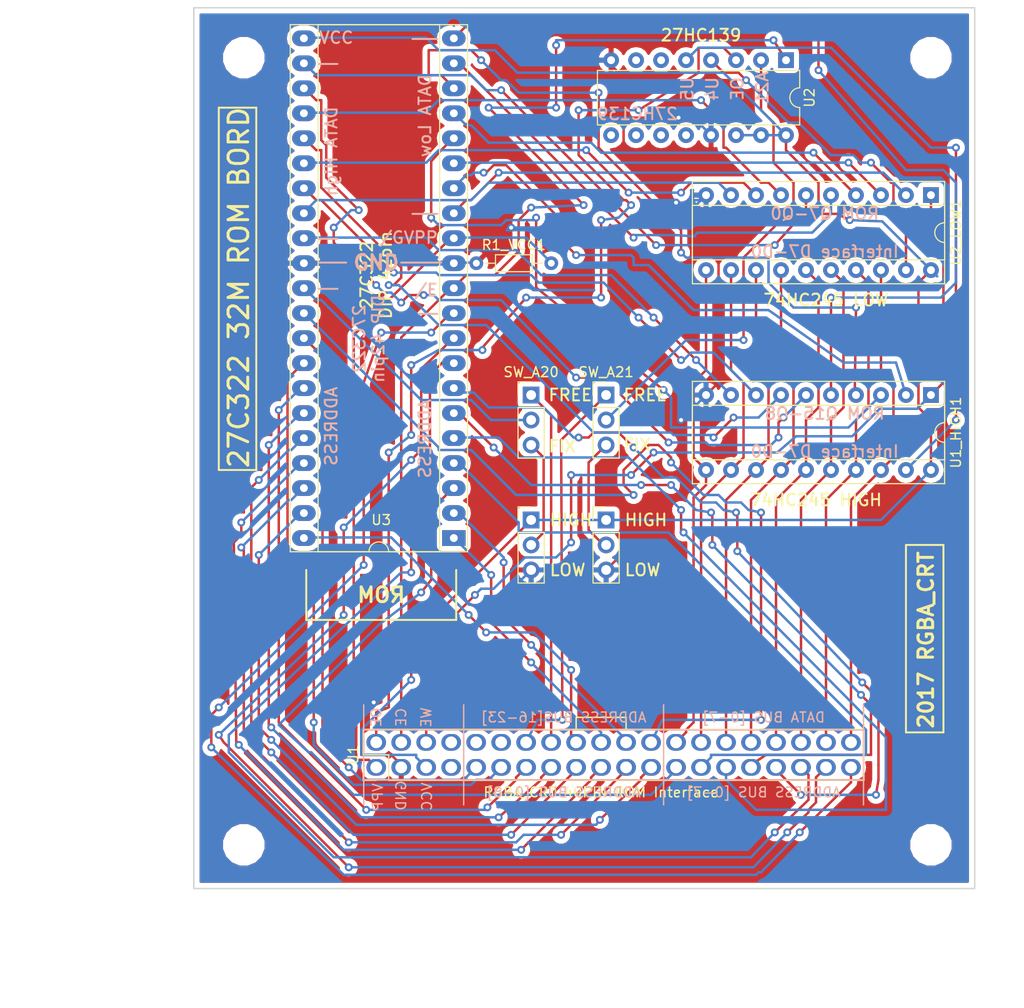
<source format=kicad_pcb>
(kicad_pcb (version 20171130) (host pcbnew "(5.1.5)-3")
  (layers (0 F.Cu signal) (31 B.Cu signal) (34 B.Paste user) (35 F.Paste user) (36 B.SilkS user) (37 F.SilkS user) (38 B.Mask user) (39 F.Mask user) (44 Edge.Cuts user))
  (net 0 "")
  (net 1 GND)
  (net 2 "Net-(R1_VCC1-Pad2)")
  (net 3 +5V)
  (net 4 /Q15)
  (net 5 /Q7)
  (net 6 /Q14)
  (net 7 /Q6)
  (net 8 /Q13)
  (net 9 /Q5)
  (net 10 /Q12)
  (net 11 /Q4)
  (net 12 /Q0)
  (net 13 /Q8)
  (net 14 /Q1)
  (net 15 /Q9)
  (net 16 /Q2)
  (net 17 /Q10)
  (net 18 /Q3)
  (net 19 /Q11)
  (net 20 /A20)
  (net 21 /A21)
  (net 22 "Net-(U1-Pad4)")
  (net 23 /A15)
  (net 24 /A14)
  (net 25 /A13)
  (net 26 /A12)
  (net 27 /A11)
  (net 28 /A10)
  (net 29 /A9)
  (net 30 /A8)
  (net 31 /A7)
  (net 32 /A6)
  (net 33 /A5)
  (net 34 /A4)
  (net 35 /A3)
  (net 36 /A2)
  (net 37 /A1)
  (net 38 /A0)
  (net 39 /D0)
  (net 40 /D1)
  (net 41 /D2)
  (net 42 /D3)
  (net 43 /D4)
  (net 44 /D5)
  (net 45 /D6)
  (net 46 /D7)
  (net 47 /A16)
  (net 48 /A17)
  (net 49 /A18)
  (net 50 /A19)
  (net 51 "Net-(U1-Pad35)")
  (net 52 "Net-(U1-Pad36)")
  (net 53 "Net-(U1-Pad37)")
  (net 54 "Net-(U1-Pad38)")
  (net 55 "Net-(U1-Pad39)")
  (net 56 "Net-(U1-Pad40)")
  (net 57 "Net-(U1_HIGH1-Pad19)")
  (net 58 "Net-(U2-Pad4)")
  (net 59 "Net-(U2-Pad6)")
  (net 60 "Net-(U2-Pad7)")
  (net 61 /FIX_A21)
  (net 62 /FREE_A20)
  (net 63 /FREE_A21)
  (net 64 /FIX_A20)
  (net 65 "Net-(U2-Pad9)")
  (net 66 "Net-(U2-Pad10)")
  (net 67 "Net-(U2-Pad11)")
  (net 68 "Net-(U2-Pad12)")
  (module Housings_DIP:DIP-20_W7.62mm_Socket (layer F.Cu) (at 104.14 73.66 270)
    (fp_text reference U1_HIGH1 (at 3.81 -2.54 270) (layer F.SilkS))
    (fp_text value 74HC245)
    (pad 1 thru_hole rect (at 0 0 270) (size 1.6 1.6) (drill 0.8) (layers *.Cu *.Mask) (net 54 "Net-(U1-Pad38)"))
    (pad 11 thru_hole oval (at 7.62 22.86 270) (size 1.6 1.6) (drill 0.8) (layers *.Cu *.Mask) (net 46 /D7))
    (pad 2 thru_hole oval (at 0 2.54 270) (size 1.6 1.6) (drill 0.8) (layers *.Cu *.Mask) (net 13 /Q8))
    (pad 12 thru_hole oval (at 7.62 20.32 270) (size 1.6 1.6) (drill 0.8) (layers *.Cu *.Mask) (net 45 /D6))
    (pad 3 thru_hole oval (at 0 5.08 270) (size 1.6 1.6) (drill 0.8) (layers *.Cu *.Mask) (net 15 /Q9))
    (pad 13 thru_hole oval (at 7.62 17.78 270) (size 1.6 1.6) (drill 0.8) (layers *.Cu *.Mask) (net 44 /D5))
    (pad 4 thru_hole oval (at 0 7.62 270) (size 1.6 1.6) (drill 0.8) (layers *.Cu *.Mask) (net 17 /Q10))
    (pad 14 thru_hole oval (at 7.62 15.24 270) (size 1.6 1.6) (drill 0.8) (layers *.Cu *.Mask) (net 43 /D4))
    (pad 5 thru_hole oval (at 0 10.16 270) (size 1.6 1.6) (drill 0.8) (layers *.Cu *.Mask) (net 19 /Q11))
    (pad 15 thru_hole oval (at 7.62 12.7 270) (size 1.6 1.6) (drill 0.8) (layers *.Cu *.Mask) (net 42 /D3))
    (pad 6 thru_hole oval (at 0 12.7 270) (size 1.6 1.6) (drill 0.8) (layers *.Cu *.Mask) (net 10 /Q12))
    (pad 16 thru_hole oval (at 7.62 10.16 270) (size 1.6 1.6) (drill 0.8) (layers *.Cu *.Mask) (net 41 /D2))
    (pad 7 thru_hole oval (at 0 15.24 270) (size 1.6 1.6) (drill 0.8) (layers *.Cu *.Mask) (net 8 /Q13))
    (pad 17 thru_hole oval (at 7.62 7.62 270) (size 1.6 1.6) (drill 0.8) (layers *.Cu *.Mask) (net 40 /D1))
    (pad 8 thru_hole oval (at 0 17.78 270) (size 1.6 1.6) (drill 0.8) (layers *.Cu *.Mask) (net 6 /Q14))
    (pad 18 thru_hole oval (at 7.62 5.08 270) (size 1.6 1.6) (drill 0.8) (layers *.Cu *.Mask) (net 39 /D0))
    (pad 9 thru_hole oval (at 0 20.32 270) (size 1.6 1.6) (drill 0.8) (layers *.Cu *.Mask) (net 4 /Q15))
    (pad 19 thru_hole oval (at 7.62 2.54 270) (size 1.6 1.6) (drill 0.8) (layers *.Cu *.Mask) (net 57 "Net-(U1_HIGH1-Pad19)"))
    (pad 10 thru_hole oval (at 0 22.86 270) (size 1.6 1.6) (drill 0.8) (layers *.Cu *.Mask) (net 1 GND))
    (pad 20 thru_hole oval (at 7.62 0 270) (size 1.6 1.6) (drill 0.8) (layers *.Cu *.Mask) (net 3 +5V))
  )
  (module Housings_DIP:DIP-20_W7.62mm_Socket (layer F.Cu) (at 104.14 53.34 270)
    (fp_text reference U2_LOW1 (at 3.81 -2.54 270) (layer F.SilkS))
    (fp_text value 74HC245)
    (pad 1 thru_hole rect (at 0 0 270) (size 1.6 1.6) (drill 0.8) (layers *.Cu *.Mask) (net 54 "Net-(U1-Pad38)"))
    (pad 11 thru_hole oval (at 7.62 22.86 270) (size 1.6 1.6) (drill 0.8) (layers *.Cu *.Mask) (net 46 /D7))
    (pad 2 thru_hole oval (at 0 2.54 270) (size 1.6 1.6) (drill 0.8) (layers *.Cu *.Mask) (net 12 /Q0))
    (pad 12 thru_hole oval (at 7.62 20.32 270) (size 1.6 1.6) (drill 0.8) (layers *.Cu *.Mask) (net 45 /D6))
    (pad 3 thru_hole oval (at 0 5.08 270) (size 1.6 1.6) (drill 0.8) (layers *.Cu *.Mask) (net 14 /Q1))
    (pad 13 thru_hole oval (at 7.62 17.78 270) (size 1.6 1.6) (drill 0.8) (layers *.Cu *.Mask) (net 44 /D5))
    (pad 4 thru_hole oval (at 0 7.62 270) (size 1.6 1.6) (drill 0.8) (layers *.Cu *.Mask) (net 16 /Q2))
    (pad 14 thru_hole oval (at 7.62 15.24 270) (size 1.6 1.6) (drill 0.8) (layers *.Cu *.Mask) (net 43 /D4))
    (pad 5 thru_hole oval (at 0 10.16 270) (size 1.6 1.6) (drill 0.8) (layers *.Cu *.Mask) (net 18 /Q3))
    (pad 15 thru_hole oval (at 7.62 12.7 270) (size 1.6 1.6) (drill 0.8) (layers *.Cu *.Mask) (net 42 /D3))
    (pad 6 thru_hole oval (at 0 12.7 270) (size 1.6 1.6) (drill 0.8) (layers *.Cu *.Mask) (net 11 /Q4))
    (pad 16 thru_hole oval (at 7.62 10.16 270) (size 1.6 1.6) (drill 0.8) (layers *.Cu *.Mask) (net 41 /D2))
    (pad 7 thru_hole oval (at 0 15.24 270) (size 1.6 1.6) (drill 0.8) (layers *.Cu *.Mask) (net 9 /Q5))
    (pad 17 thru_hole oval (at 7.62 7.62 270) (size 1.6 1.6) (drill 0.8) (layers *.Cu *.Mask) (net 40 /D1))
    (pad 8 thru_hole oval (at 0 17.78 270) (size 1.6 1.6) (drill 0.8) (layers *.Cu *.Mask) (net 7 /Q6))
    (pad 18 thru_hole oval (at 7.62 5.08 270) (size 1.6 1.6) (drill 0.8) (layers *.Cu *.Mask) (net 39 /D0))
    (pad 9 thru_hole oval (at 0 20.32 270) (size 1.6 1.6) (drill 0.8) (layers *.Cu *.Mask) (net 5 /Q7))
    (pad 19 thru_hole oval (at 7.62 2.54 270) (size 1.6 1.6) (drill 0.8) (layers *.Cu *.Mask) (net 58 "Net-(U2-Pad4)"))
    (pad 10 thru_hole oval (at 0 22.86 270) (size 1.6 1.6) (drill 0.8) (layers *.Cu *.Mask) (net 1 GND))
    (pad 20 thru_hole oval (at 7.62 0 270) (size 1.6 1.6) (drill 0.8) (layers *.Cu *.Mask) (net 3 +5V))
  )
  (module Mounting_Holes:MountingHole_3.2mm_M3 (layer F.Cu) (at 104.14 119.38 180)
    (fp_text reference MOUNTU+ hide)
    (fp_text value MountingHole_3.2mm_M3)
    (pad 1 np_thru_hole circle (at 0 0 180) (size 3.2 3.2) (drill 3.2) (layers *.Cu *.Mask))
  )
  (module Mounting_Holes:MountingHole_3.2mm_M3 (layer F.Cu) (at 104.14 39.37 180)
    (fp_text reference MOUNT_UR hide)
    (fp_text value MountingHole_3.2mm_M3)
    (pad 1 np_thru_hole circle (at 0 0 180) (size 3.2 3.2) (drill 3.2) (layers *.Cu *.Mask))
  )
  (module Mounting_Holes:MountingHole_3.2mm_M3 (layer F.Cu) (at 34.29 119.38 180)
    (fp_text reference MOUNT_LB hide)
    (fp_text value MountingHole_3.2mm_M3)
    (pad 1 np_thru_hole circle (at 0 0 180) (size 3.2 3.2) (drill 3.2) (layers *.Cu *.Mask))
  )
  (module Resistors_ThroughHole:R_Axial_DIN0204_L3.6mm_D1.6mm_P7.62mm_Horizontal (layer F.Cu) (at 57.926 60.26)
    (fp_text reference R1_VCC1 (at 3.81 -1.86) (layer F.SilkS))
    (fp_text value R)
    (pad 1 thru_hole circle (at 0 0) (size 1.4 1.4) (drill 0.7) (layers *.Cu *.Mask) (net 1 GND))
    (pad 2 thru_hole oval (at 7.62 0) (size 1.4 1.4) (drill 0.7) (layers *.Cu *.Mask) (net 2 "Net-(R1_VCC1-Pad2)"))
  )
  (module Pin_Headers:Pin_Header_Straight_1x03_Pitch2.54mm (layer F.Cu) (at 71.12 86.36)
    (fp_text reference SWA21_HL1 hide)
    (fp_text value Switch_SPDT_x2)
    (pad 1 thru_hole rect (at 0 0) (size 1.7 1.7) (drill 1) (layers *.Cu *.Mask) (net 3 +5V))
    (pad 2 thru_hole oval (at 0 2.54) (size 1.7 1.7) (drill 1) (layers *.Cu *.Mask) (net 61 /FIX_A21))
    (pad 3 thru_hole oval (at 0 5.08) (size 1.7 1.7) (drill 1) (layers *.Cu *.Mask) (net 1 GND))
  )
  (module Pin_Headers:Pin_Header_Straight_1x03_Pitch2.54mm (layer F.Cu) (at 63.5 73.66)
    (fp_text reference SW_A20 (at 0 -2.33) (layer F.SilkS))
    (fp_text value Switch_SPDT_x2)
    (pad 1 thru_hole rect (at 0 0) (size 1.7 1.7) (drill 1) (layers *.Cu *.Mask) (net 62 /FREE_A20))
    (pad 2 thru_hole oval (at 0 2.54) (size 1.7 1.7) (drill 1) (layers *.Cu *.Mask) (net 20 /A20))
    (pad 3 thru_hole oval (at 0 5.08) (size 1.7 1.7) (drill 1) (layers *.Cu *.Mask) (net 64 /FIX_A20))
  )
  (module Pin_Headers:Pin_Header_Straight_1x03_Pitch2.54mm (layer F.Cu) (at 63.5 86.36)
    (fp_text reference SW_A20_HL1 hide)
    (fp_text value Switch_SPDT_x2)
    (pad 1 thru_hole rect (at 0 0) (size 1.7 1.7) (drill 1) (layers *.Cu *.Mask) (net 3 +5V))
    (pad 2 thru_hole oval (at 0 2.54) (size 1.7 1.7) (drill 1) (layers *.Cu *.Mask) (net 64 /FIX_A20))
    (pad 3 thru_hole oval (at 0 5.08) (size 1.7 1.7) (drill 1) (layers *.Cu *.Mask) (net 1 GND))
  )
  (module Pin_Headers:Pin_Header_Straight_1x03_Pitch2.54mm (layer F.Cu) (at 71.12 73.66)
    (fp_text reference SW_A21 (at 0 -2.33) (layer F.SilkS))
    (fp_text value Switch_SPDT_x2)
    (pad 1 thru_hole rect (at 0 0) (size 1.7 1.7) (drill 1) (layers *.Cu *.Mask) (net 63 /FREE_A21))
    (pad 2 thru_hole oval (at 0 2.54) (size 1.7 1.7) (drill 1) (layers *.Cu *.Mask) (net 21 /A21))
    (pad 3 thru_hole oval (at 0 5.08) (size 1.7 1.7) (drill 1) (layers *.Cu *.Mask) (net 61 /FIX_A21))
  )
  (module Housings_DIP:DIP-16_W7.62mm (layer F.Cu) (at 89.408 39.624 270)
    (fp_text reference U2 (at 3.81 -2.39 270) (layer F.SilkS))
    (fp_text value 74LS139)
    (pad 1 thru_hole rect (at 0 0 270) (size 1.6 1.6) (drill 0.8) (layers *.Cu *.Mask) (net 55 "Net-(U1-Pad39)"))
    (pad 9 thru_hole oval (at 7.62 17.78 270) (size 1.6 1.6) (drill 0.8) (layers *.Cu *.Mask) (net 65 "Net-(U2-Pad9)"))
    (pad 2 thru_hole oval (at 0 2.54 270) (size 1.6 1.6) (drill 0.8) (layers *.Cu *.Mask) (net 21 /A21))
    (pad 10 thru_hole oval (at 7.62 15.24 270) (size 1.6 1.6) (drill 0.8) (layers *.Cu *.Mask) (net 66 "Net-(U2-Pad10)"))
    (pad 3 thru_hole oval (at 0 5.08 270) (size 1.6 1.6) (drill 0.8) (layers *.Cu *.Mask) (net 56 "Net-(U1-Pad40)"))
    (pad 11 thru_hole oval (at 7.62 12.7 270) (size 1.6 1.6) (drill 0.8) (layers *.Cu *.Mask) (net 67 "Net-(U2-Pad11)"))
    (pad 4 thru_hole oval (at 0 7.62 270) (size 1.6 1.6) (drill 0.8) (layers *.Cu *.Mask) (net 58 "Net-(U2-Pad4)"))
    (pad 12 thru_hole oval (at 7.62 10.16 270) (size 1.6 1.6) (drill 0.8) (layers *.Cu *.Mask) (net 68 "Net-(U2-Pad12)"))
    (pad 5 thru_hole oval (at 0 10.16 270) (size 1.6 1.6) (drill 0.8) (layers *.Cu *.Mask) (net 57 "Net-(U1_HIGH1-Pad19)"))
    (pad 13 thru_hole oval (at 7.62 7.62 270) (size 1.6 1.6) (drill 0.8) (layers *.Cu *.Mask) (net 1 GND))
    (pad 6 thru_hole oval (at 0 12.7 270) (size 1.6 1.6) (drill 0.8) (layers *.Cu *.Mask) (net 59 "Net-(U2-Pad6)"))
    (pad 14 thru_hole oval (at 7.62 5.08 270) (size 1.6 1.6) (drill 0.8) (layers *.Cu *.Mask) (net 3 +5V))
    (pad 7 thru_hole oval (at 0 15.24 270) (size 1.6 1.6) (drill 0.8) (layers *.Cu *.Mask) (net 60 "Net-(U2-Pad7)"))
    (pad 15 thru_hole oval (at 7.62 2.54 270) (size 1.6 1.6) (drill 0.8) (layers *.Cu *.Mask) (net 3 +5V))
    (pad 8 thru_hole oval (at 0 17.78 270) (size 1.6 1.6) (drill 0.8) (layers *.Cu *.Mask) (net 1 GND))
    (pad 16 thru_hole oval (at 7.62 0 270) (size 1.6 1.6) (drill 0.8) (layers *.Cu *.Mask) (net 3 +5V))
  )
  (module Housings_DIP:DIP-42_W15.24mm_Socket_LongPads (layer F.Cu) (at 55.64 88.2 180)
    (fp_text reference U3 (at 7.38 1.84 180) (layer F.SilkS))
    (fp_text value 27C322)
    (pad 1 thru_hole rect (at 0 0 180) (size 2.4 1.6) (drill 0.8) (layers *.Cu *.Mask) (net 49 /A18))
    (pad 22 thru_hole oval (at 15.24 50.8 180) (size 2.4 1.6) (drill 0.8) (layers *.Cu *.Mask) (net 3 +5V))
    (pad 2 thru_hole oval (at 0 2.54 180) (size 2.4 1.6) (drill 0.8) (layers *.Cu *.Mask) (net 48 /A17))
    (pad 23 thru_hole oval (at 15.24 48.26 180) (size 2.4 1.6) (drill 0.8) (layers *.Cu *.Mask) (net 11 /Q4))
    (pad 3 thru_hole oval (at 0 5.08 180) (size 2.4 1.6) (drill 0.8) (layers *.Cu *.Mask) (net 31 /A7))
    (pad 24 thru_hole oval (at 15.24 45.72 180) (size 2.4 1.6) (drill 0.8) (layers *.Cu *.Mask) (net 10 /Q12))
    (pad 4 thru_hole oval (at 0 7.62 180) (size 2.4 1.6) (drill 0.8) (layers *.Cu *.Mask) (net 32 /A6))
    (pad 25 thru_hole oval (at 15.24 43.18 180) (size 2.4 1.6) (drill 0.8) (layers *.Cu *.Mask) (net 9 /Q5))
    (pad 5 thru_hole oval (at 0 10.16 180) (size 2.4 1.6) (drill 0.8) (layers *.Cu *.Mask) (net 33 /A5))
    (pad 26 thru_hole oval (at 15.24 40.64 180) (size 2.4 1.6) (drill 0.8) (layers *.Cu *.Mask) (net 8 /Q13))
    (pad 6 thru_hole oval (at 0 12.7 180) (size 2.4 1.6) (drill 0.8) (layers *.Cu *.Mask) (net 34 /A4))
    (pad 27 thru_hole oval (at 15.24 38.1 180) (size 2.4 1.6) (drill 0.8) (layers *.Cu *.Mask) (net 7 /Q6))
    (pad 7 thru_hole oval (at 0 15.24 180) (size 2.4 1.6) (drill 0.8) (layers *.Cu *.Mask) (net 35 /A3))
    (pad 28 thru_hole oval (at 15.24 35.56 180) (size 2.4 1.6) (drill 0.8) (layers *.Cu *.Mask) (net 6 /Q14))
    (pad 8 thru_hole oval (at 0 17.78 180) (size 2.4 1.6) (drill 0.8) (layers *.Cu *.Mask) (net 36 /A2))
    (pad 29 thru_hole oval (at 15.24 33.02 180) (size 2.4 1.6) (drill 0.8) (layers *.Cu *.Mask) (net 5 /Q7))
    (pad 9 thru_hole oval (at 0 20.32 180) (size 2.4 1.6) (drill 0.8) (layers *.Cu *.Mask) (net 37 /A1))
    (pad 30 thru_hole oval (at 15.24 30.48 180) (size 2.4 1.6) (drill 0.8) (layers *.Cu *.Mask) (net 4 /Q15))
    (pad 10 thru_hole oval (at 0 22.86 180) (size 2.4 1.6) (drill 0.8) (layers *.Cu *.Mask) (net 38 /A0))
    (pad 31 thru_hole oval (at 15.24 27.94 180) (size 2.4 1.6) (drill 0.8) (layers *.Cu *.Mask) (net 1 GND))
    (pad 11 thru_hole oval (at 0 25.4 180) (size 2.4 1.6) (drill 0.8) (layers *.Cu *.Mask) (net 55 "Net-(U1-Pad39)"))
    (pad 32 thru_hole oval (at 15.24 25.4 180) (size 2.4 1.6) (drill 0.8) (layers *.Cu *.Mask) (net 20 /A20))
    (pad 12 thru_hole oval (at 0 27.94 180) (size 2.4 1.6) (drill 0.8) (layers *.Cu *.Mask) (net 1 GND))
    (pad 33 thru_hole oval (at 15.24 22.86 180) (size 2.4 1.6) (drill 0.8) (layers *.Cu *.Mask) (net 47 /A16))
    (pad 13 thru_hole oval (at 0 30.48 180) (size 2.4 1.6) (drill 0.8) (layers *.Cu *.Mask) (net 2 "Net-(R1_VCC1-Pad2)"))
    (pad 34 thru_hole oval (at 15.24 20.32 180) (size 2.4 1.6) (drill 0.8) (layers *.Cu *.Mask) (net 23 /A15))
    (pad 14 thru_hole oval (at 0 33.02 180) (size 2.4 1.6) (drill 0.8) (layers *.Cu *.Mask) (net 12 /Q0))
    (pad 35 thru_hole oval (at 15.24 17.78 180) (size 2.4 1.6) (drill 0.8) (layers *.Cu *.Mask) (net 24 /A14))
    (pad 15 thru_hole oval (at 0 35.56 180) (size 2.4 1.6) (drill 0.8) (layers *.Cu *.Mask) (net 13 /Q8))
    (pad 36 thru_hole oval (at 15.24 15.24 180) (size 2.4 1.6) (drill 0.8) (layers *.Cu *.Mask) (net 25 /A13))
    (pad 16 thru_hole oval (at 0 38.1 180) (size 2.4 1.6) (drill 0.8) (layers *.Cu *.Mask) (net 14 /Q1))
    (pad 37 thru_hole oval (at 15.24 12.7 180) (size 2.4 1.6) (drill 0.8) (layers *.Cu *.Mask) (net 26 /A12))
    (pad 17 thru_hole oval (at 0 40.64 180) (size 2.4 1.6) (drill 0.8) (layers *.Cu *.Mask) (net 15 /Q9))
    (pad 38 thru_hole oval (at 15.24 10.16 180) (size 2.4 1.6) (drill 0.8) (layers *.Cu *.Mask) (net 27 /A11))
    (pad 18 thru_hole oval (at 0 43.18 180) (size 2.4 1.6) (drill 0.8) (layers *.Cu *.Mask) (net 16 /Q2))
    (pad 39 thru_hole oval (at 15.24 7.62 180) (size 2.4 1.6) (drill 0.8) (layers *.Cu *.Mask) (net 28 /A10))
    (pad 19 thru_hole oval (at 0 45.72 180) (size 2.4 1.6) (drill 0.8) (layers *.Cu *.Mask) (net 17 /Q10))
    (pad 40 thru_hole oval (at 15.24 5.08 180) (size 2.4 1.6) (drill 0.8) (layers *.Cu *.Mask) (net 29 /A9))
    (pad 20 thru_hole oval (at 0 48.26 180) (size 2.4 1.6) (drill 0.8) (layers *.Cu *.Mask) (net 18 /Q3))
    (pad 41 thru_hole oval (at 15.24 2.54 180) (size 2.4 1.6) (drill 0.8) (layers *.Cu *.Mask) (net 30 /A8))
    (pad 21 thru_hole oval (at 0 50.8 180) (size 2.4 1.6) (drill 0.8) (layers *.Cu *.Mask) (net 19 /Q11))
    (pad 42 thru_hole oval (at 15.24 0 180) (size 2.4 1.6) (drill 0.8) (layers *.Cu *.Mask) (net 50 /A19))
  )
  (module Mounting_Holes:MountingHole_3.2mm_M3 (layer F.Cu) (at 34.29 39.37 180)
    (fp_text reference MOUNT_BR hide)
    (fp_text value MountingHole_3.2mm_M3)
    (pad 1 np_thru_hole circle (at 0 0 180) (size 3.2 3.2) (drill 3.2) (layers *.Cu *.Mask))
  )
  (module ROM_INTERFACE:RGBA_CRT_ROM_INTERFACE (layer F.Cu) (at 70.612 111.506)
    (fp_text reference U1 (at -25.19 -1.27 90) (layer F.SilkS))
    (fp_text value RGBA_CRT_ROM_INTERFACE)
    (fp_text user "RGBA_CRT 40PIN ROM Interface" (at 0 2.54) (layer F.SilkS))
    (fp_text user GND (at -20.33 2.86 90) (layer B.SilkS) (effects (justify mirror)))
    (fp_text user VPP (at -22.69 3.05 90) (layer B.SilkS) (effects (justify mirror)))
    (fp_text user VCC (at -17.7 2.97 90) (layer B.SilkS) (effects (justify mirror)))
    (fp_text user "ADDRESS BUS [0-8]" (at -3.81 2.54 180) (layer B.SilkS) (effects (justify mirror)))
    (fp_text user "ADDRESS BUS [0-7]" (at 16.51 2.54) (layer B.SilkS) (effects (justify mirror)))
    (fp_text user OE (at -22.86 -5.08 90) (layer B.SilkS) (effects (justify mirror)))
    (fp_text user CE (at -20.32 -5.08 90) (layer B.SilkS) (effects (justify mirror)))
    (fp_text user WE (at -17.78 -5.08 90) (layer B.SilkS) (effects (justify mirror)))
    (fp_text user "ADDRESS BUS[16-23]" (at -3.81 -5.08 180) (layer B.SilkS) (effects (justify mirror)))
    (fp_text user "DATA BUS [0-7]" (at 16.51 -5.08 180) (layer B.SilkS) (effects (justify mirror)))
    (pad 1 thru_hole oval (at -22.86 0 90) (size 1.7 2) (drill 1.2) (layers *.Cu *.Mask) (net 2 "Net-(R1_VCC1-Pad2)"))
    (pad 40 thru_hole oval (at -22.86 -2.54 90) (size 1.7 2) (drill 1.2) (layers *.Cu *.Mask) (net 56 "Net-(U1-Pad40)"))
    (pad 2 thru_hole oval (at -20.32 0 90) (size 1.7 2) (drill 1.2) (layers *.Cu *.Mask) (net 1 GND))
    (pad 39 thru_hole oval (at -20.32 -2.54 90) (size 1.7 2) (drill 1.2) (layers *.Cu *.Mask) (net 55 "Net-(U1-Pad39)"))
    (pad 3 thru_hole oval (at -17.78 0 90) (size 1.7 2) (drill 1.2) (layers *.Cu *.Mask) (net 3 +5V))
    (pad 38 thru_hole oval (at -17.78 -2.54 90) (size 1.7 2) (drill 1.2) (layers *.Cu *.Mask) (net 54 "Net-(U1-Pad38)"))
    (pad 4 thru_hole oval (at -15.24 0 90) (size 1.7 2) (drill 1.2) (layers *.Cu *.Mask) (net 22 "Net-(U1-Pad4)"))
    (pad 37 thru_hole oval (at -15.24 -2.54 90) (size 1.7 2) (drill 1.2) (layers *.Cu *.Mask) (net 53 "Net-(U1-Pad37)"))
    (pad 5 thru_hole oval (at -12.7 0 90) (size 1.7 2) (drill 1.2) (layers *.Cu *.Mask) (net 23 /A15))
    (pad 36 thru_hole oval (at -12.7 -2.54 90) (size 1.7 2) (drill 1.2) (layers *.Cu *.Mask) (net 52 "Net-(U1-Pad36)"))
    (pad 6 thru_hole oval (at -10.16 0 90) (size 1.7 2) (drill 1.2) (layers *.Cu *.Mask) (net 24 /A14))
    (pad 35 thru_hole oval (at -10.16 -2.54 90) (size 1.7 2) (drill 1.2) (layers *.Cu *.Mask) (net 51 "Net-(U1-Pad35)"))
    (pad 7 thru_hole oval (at -7.62 0 90) (size 1.7 2) (drill 1.2) (layers *.Cu *.Mask) (net 25 /A13))
    (pad 34 thru_hole oval (at -7.62 -2.54 90) (size 1.7 2) (drill 1.2) (layers *.Cu *.Mask) (net 63 /FREE_A21))
    (pad 8 thru_hole oval (at -5.08 0 90) (size 1.7 2) (drill 1.2) (layers *.Cu *.Mask) (net 26 /A12))
    (pad 33 thru_hole oval (at -5.08 -2.54 90) (size 1.7 2) (drill 1.2) (layers *.Cu *.Mask) (net 62 /FREE_A20))
    (pad 9 thru_hole oval (at -2.54 0 90) (size 1.7 2) (drill 1.2) (layers *.Cu *.Mask) (net 27 /A11))
    (pad 32 thru_hole oval (at -2.54 -2.54 90) (size 1.7 2) (drill 1.2) (layers *.Cu *.Mask) (net 50 /A19))
    (pad 10 thru_hole oval (at 0 0 90) (size 1.7 2) (drill 1.2) (layers *.Cu *.Mask) (net 28 /A10))
    (pad 31 thru_hole oval (at 0 -2.54 90) (size 1.7 2) (drill 1.2) (layers *.Cu *.Mask) (net 49 /A18))
    (pad 11 thru_hole oval (at 2.54 0 90) (size 1.7 2) (drill 1.2) (layers *.Cu *.Mask) (net 29 /A9))
    (pad 30 thru_hole oval (at 2.54 -2.54 90) (size 1.7 2) (drill 1.2) (layers *.Cu *.Mask) (net 48 /A17))
    (pad 12 thru_hole oval (at 5.08 0 90) (size 1.7 2) (drill 1.2) (layers *.Cu *.Mask) (net 30 /A8))
    (pad 29 thru_hole oval (at 5.08 -2.54 90) (size 1.7 2) (drill 1.2) (layers *.Cu *.Mask) (net 47 /A16))
    (pad 13 thru_hole oval (at 7.62 0 90) (size 1.7 2) (drill 1.2) (layers *.Cu *.Mask) (net 31 /A7))
    (pad 28 thru_hole oval (at 7.62 -2.54 90) (size 1.7 2) (drill 1.2) (layers *.Cu *.Mask) (net 46 /D7))
    (pad 14 thru_hole oval (at 10.16 0 90) (size 1.7 2) (drill 1.2) (layers *.Cu *.Mask) (net 32 /A6))
    (pad 27 thru_hole oval (at 10.16 -2.54 90) (size 1.7 2) (drill 1.2) (layers *.Cu *.Mask) (net 45 /D6))
    (pad 15 thru_hole oval (at 12.7 0 90) (size 1.7 2) (drill 1.2) (layers *.Cu *.Mask) (net 33 /A5))
    (pad 26 thru_hole oval (at 12.7 -2.54 90) (size 1.7 2) (drill 1.2) (layers *.Cu *.Mask) (net 44 /D5))
    (pad 16 thru_hole oval (at 15.24 0 90) (size 1.7 2) (drill 1.2) (layers *.Cu *.Mask) (net 34 /A4))
    (pad 25 thru_hole oval (at 15.24 -2.54 90) (size 1.7 2) (drill 1.2) (layers *.Cu *.Mask) (net 43 /D4))
    (pad 17 thru_hole oval (at 17.78 0 90) (size 1.7 2) (drill 1.2) (layers *.Cu *.Mask) (net 35 /A3))
    (pad 24 thru_hole oval (at 17.78 -2.54 90) (size 1.7 2) (drill 1.2) (layers *.Cu *.Mask) (net 42 /D3))
    (pad 18 thru_hole oval (at 20.32 0 90) (size 1.7 2) (drill 1.2) (layers *.Cu *.Mask) (net 36 /A2))
    (pad 23 thru_hole oval (at 20.32 -2.54 90) (size 1.7 2) (drill 1.2) (layers *.Cu *.Mask) (net 41 /D2))
    (pad 19 thru_hole oval (at 22.86 0 90) (size 1.7 2) (drill 1.2) (layers *.Cu *.Mask) (net 37 /A1))
    (pad 22 thru_hole oval (at 22.86 -2.54 90) (size 1.7 2) (drill 1.2) (layers *.Cu *.Mask) (net 40 /D1))
    (pad 20 thru_hole oval (at 25.4 0 90) (size 1.7 2) (drill 1.2) (layers *.Cu *.Mask) (net 38 /A0))
    (pad 21 thru_hole oval (at 25.4 -2.54 90) (size 1.7 2) (drill 1.2) (layers *.Cu *.Mask) (net 39 /D0))
  )
  (gr_line (start 40.64 96.52) (end 40.64 91.44) (angle 90) (layer F.SilkS) (width 0.2))
  (gr_line (start 55.88 96.52) (end 40.64 96.52) (angle 90) (layer F.SilkS) (width 0.2))
  (gr_line (start 55.88 91.44) (end 55.88 96.52) (angle 90) (layer F.SilkS) (width 0.2))
  (gr_text ROM (at 48.26 93.98) (layer F.SilkS) (effects (font (size 1.5 1.5) (thickness 0.3)) (justify mirror)))
  (gr_line (start 35.56 44.45) (end 31.75 44.45) (angle 90) (layer F.SilkS) (width 0.2))
  (gr_line (start 35.56 81.28) (end 35.56 44.45) (angle 90) (layer F.SilkS) (width 0.2))
  (gr_line (start 31.75 81.28) (end 35.56 81.28) (angle 90) (layer F.SilkS) (width 0.2))
  (gr_line (start 31.75 44.45) (end 31.75 81.28) (angle 90) (layer F.SilkS) (width 0.2))
  (gr_line (start 105.41 88.9) (end 101.6 88.9) (angle 90) (layer F.SilkS) (width 0.2))
  (gr_line (start 105.41 107.95) (end 105.41 88.9) (angle 90) (layer F.SilkS) (width 0.2))
  (gr_line (start 101.6 107.95) (end 105.41 107.95) (angle 90) (layer F.SilkS) (width 0.2))
  (gr_line (start 101.6 88.9) (end 101.6 107.95) (angle 90) (layer F.SilkS) (width 0.2))
  (gr_line (start 50.292 60.198) (end 54.356 60.198) (angle 90) (layer B.SilkS) (width 0.2))
  (gr_line (start 41.91 60.198) (end 44.704 60.198) (angle 90) (layer B.SilkS) (width 0.2))
  (gr_text GND (at 47.752 60.198) (layer B.SilkS) (effects (font (size 1.5 1.5) (thickness 0.3))))
  (gr_text /GVPP (at 51.054 57.658) (layer B.SilkS) (effects (font (size 1.2 1.2) (thickness 0.2))))
  (gr_text VCC (at 43.688 37.338) (layer B.SilkS) (effects (font (size 1.2 1.2) (thickness 0.2))))
  (gr_text /E (at 52.832 62.992) (layer B.SilkS) (effects (font (size 1.2 1.2) (thickness 0.2))))
  (gr_line (start 29.21 123.825) (end 29.21 34.29) (angle 90) (layer Edge.Cuts) (width 0.15))
  (gr_line (start 108.585 123.825) (end 29.21 123.825) (angle 90) (layer Edge.Cuts) (width 0.15))
  (gr_line (start 108.585 34.29) (end 108.585 123.825) (angle 90) (layer Edge.Cuts) (width 0.15))
  (gr_line (start 29.21 34.29) (end 108.585 34.29) (angle 90) (layer Edge.Cuts) (width 0.15))
  (gr_text HIGH (at 65.278 86.36) (layer F.SilkS) (effects (font (size 1.2 1.2) (thickness 0.2)) (justify left)))
  (gr_text LOW (at 65.278 91.44) (layer F.SilkS) (effects (font (size 1.2 1.2) (thickness 0.2)) (justify left)))
  (gr_text FREE (at 65.151 73.66) (layer F.SilkS) (effects (font (size 1.2 1.2) (thickness 0.2)) (justify left)))
  (gr_text FIX (at 65.151 78.867) (layer F.SilkS) (effects (font (size 1.2 1.2) (thickness 0.2)) (justify left)))
  (gr_text U5 (at 79.375 42.545 90) (layer B.SilkS) (effects (font (size 1.2 1.2) (thickness 0.2)) (justify mirror)))
  (gr_text U4 (at 81.915 42.545 90) (layer B.SilkS) (effects (font (size 1.2 1.2) (thickness 0.2)) (justify mirror)))
  (gr_text OE (at 84.455 42.545 90) (layer B.SilkS) (effects (font (size 1.2 1.2) (thickness 0.2)) (justify mirror)))
  (gr_text A21 (at 86.995 40.64 90) (layer B.SilkS) (effects (font (size 1.2 1.2) (thickness 0.2)) (justify left mirror)))
  (gr_text 27HC139 (at 74.295 45.085) (layer B.SilkS) (effects (font (size 1.2 1.2) (thickness 0.2)) (justify mirror)))
  (gr_text "27C322\nDIP 42pin" (at 46.99 67.945 90) (layer B.SilkS) (effects (font (size 1.2 1.2) (thickness 0.2)) (justify mirror)))
  (gr_text ADDRESS (at 43.18 76.835 90) (layer B.SilkS) (effects (font (size 1.2 1.2) (thickness 0.2)) (justify mirror)))
  (gr_text ADDRESS (at 52.705 78.105 90) (layer B.SilkS) (effects (font (size 1.2 1.2) (thickness 0.2)) (justify mirror)))
  (gr_text "DATA High" (at 43.18 48.895 90) (layer B.SilkS) (effects (font (size 1.2 1.2) (thickness 0.2)) (justify mirror)))
  (gr_text "DATA Low " (at 52.705 45.72 90) (layer B.SilkS) (effects (font (size 1.2 1.2) (thickness 0.2)) (justify mirror)))
  (gr_line (start 53.975 65.405) (end 52.07 65.405) (angle 90) (layer B.SilkS) (width 0.2))
  (gr_line (start 41.91 62.865) (end 43.815 62.865) (angle 90) (layer B.SilkS) (width 0.2))
  (gr_line (start 41.91 57.785) (end 43.815 57.785) (angle 90) (layer B.SilkS) (width 0.2))
  (gr_line (start 41.91 40.005) (end 43.815 40.005) (angle 90) (layer B.SilkS) (width 0.2))
  (gr_line (start 53.975 55.245) (end 51.435 55.245) (angle 90) (layer B.SilkS) (width 0.2))
  (gr_line (start 53.975 37.465) (end 51.435 37.465) (angle 90) (layer B.SilkS) (width 0.2))
  (gr_text "ROM Q15-Q8\n\nInterface D7-D0" (at 93.345 77.47) (layer B.SilkS) (effects (font (size 1.2 1.2) (thickness 0.2)) (justify mirror)))
  (gr_text "ROM Q7-Q0\n\nInterface D7-D0" (at 93.345 57.15) (layer B.SilkS) (effects (font (size 1.2 1.2) (thickness 0.2)) (justify mirror)))
  (gr_text "2017 RGBA_CRT" (at 103.632 98.552 90) (layer F.SilkS) (effects (font (size 1.5 1.5) (thickness 0.3))))
  (gr_text "27C322 32M ROM BORD" (at 33.782 62.738 90) (layer F.SilkS) (effects (font (size 2 2) (thickness 0.3))))
  (gr_text "27C322\nDIP 42pin" (at 47.752 61.468 90) (layer F.SilkS) (effects (font (size 1.2 1.2) (thickness 0.2))))
  (gr_text 27HC139 (at 80.772 37.084) (layer F.SilkS) (effects (font (size 1.2 1.2) (thickness 0.2))))
  (gr_text "74HC245 LOW" (at 93.472 64.008) (layer F.SilkS) (effects (font (size 1.2 1.2) (thickness 0.2))))
  (gr_text "74HC245 HIGH" (at 92.456 84.328) (layer F.SilkS) (effects (font (size 1.2 1.2) (thickness 0.2))))
  (gr_text LOW (at 72.898 91.44) (layer F.SilkS) (effects (font (size 1.2 1.2) (thickness 0.2)) (justify left)))
  (gr_text HIGH (at 72.898 86.36) (layer F.SilkS) (effects (font (size 1.2 1.2) (thickness 0.2)) (justify left)))
  (gr_text FREE (at 72.771 73.66) (layer F.SilkS) (effects (font (size 1.2 1.2) (thickness 0.2)) (justify left)))
  (gr_text FIX (at 72.771 78.74) (layer F.SilkS) (effects (font (size 1.2 1.2) (thickness 0.2)) (justify left)))
  (segment (start 55.626 36.068) (end 55.64 36.13) (width 0.25) (layer B.Cu) (net 0))
  (segment (start 63.5 91.44) (end 53.086 101.854) (width 0.25) (layer B.Cu) (net 1))
  (via (at 78.486 45.466) (size 0.8) (drill 0.4) (layers F.Cu B.Cu) (net 1))
  (segment (start 80.01 45.466) (end 78.486 45.466) (width 0.25) (layer B.Cu) (net 1))
  (segment (start 80.01 45.466) (end 81.788 47.244) (width 0.25) (layer B.Cu) (net 1))
  (segment (start 72.136 41.148) (end 72.136 40.64) (width 0.25) (layer F.Cu) (net 1))
  (segment (start 72.136 40.64) (end 71.628 40.132) (width 0.25) (layer F.Cu) (net 1))
  (segment (start 71.628 40.132) (end 71.628 39.624) (width 0.25) (layer F.Cu) (net 1))
  (segment (start 53.086 101.854) (end 50.8 101.854) (width 0.25) (layer B.Cu) (net 1))
  (segment (start 50.8 101.854) (end 47.752 104.902) (width 0.25) (layer B.Cu) (net 1))
  (segment (start 47.752 104.902) (end 47.498 104.902) (width 0.25) (layer B.Cu) (net 1))
  (via (at 47.498 104.902) (size 0.8) (drill 0.4) (layers F.Cu B.Cu) (net 1))
  (segment (start 47.498 104.902) (end 46.228 106.172) (width 0.25) (layer F.Cu) (net 1))
  (segment (start 46.228 106.172) (end 46.228 110.236) (width 0.25) (layer F.Cu) (net 1))
  (segment (start 46.228 110.236) (end 49.276 110.236) (width 0.25) (layer F.Cu) (net 1))
  (segment (start 49.276 110.236) (end 50.292 111.252) (width 0.25) (layer F.Cu) (net 1))
  (segment (start 50.292 111.252) (end 50.292 111.506) (width 0.25) (layer F.Cu) (net 1))
  (segment (start 71.12 91.44) (end 78.74 83.82) (width 0.25) (layer F.Cu) (net 1))
  (segment (start 78.74 83.82) (end 78.74 76.2) (width 0.25) (layer F.Cu) (net 1))
  (via (at 78.74 76.2) (size 0.8) (drill 0.4) (layers F.Cu B.Cu) (net 1))
  (segment (start 78.74 76.2) (end 81.28 73.66) (width 0.25) (layer B.Cu) (net 1))
  (segment (start 71.628 44.704) (end 71.628 39.624) (width 0.25) (layer F.Cu) (net 1))
  (segment (start 61.468 56.642) (end 57.912 60.198) (width 0.25) (layer F.Cu) (net 1))
  (segment (start 57.912 60.198) (end 57.926 60.26) (width 0.25) (layer F.Cu) (net 1))
  (segment (start 55.64 60.26) (end 55.626 60.198) (width 0.25) (layer B.Cu) (net 1))
  (segment (start 55.626 60.198) (end 40.386 60.198) (width 0.25) (layer B.Cu) (net 1))
  (segment (start 40.386 60.198) (end 40.4 60.26) (width 0.25) (layer B.Cu) (net 1))
  (segment (start 63.5 91.44) (end 71.12 91.44) (width 0.25) (layer B.Cu) (net 1))
  (segment (start 57.926 60.26) (end 57.912 60.198) (width 0.25) (layer B.Cu) (net 1))
  (segment (start 57.912 60.198) (end 55.626 60.198) (width 0.25) (layer B.Cu) (net 1))
  (segment (start 55.626 60.198) (end 55.64 60.26) (width 0.25) (layer B.Cu) (net 1))
  (segment (start 72.39 45.466) (end 78.486 45.466) (width 0.25) (layer F.Cu) (net 1))
  (segment (start 72.644 45.72) (end 72.39 45.466) (width 0.25) (layer F.Cu) (net 1))
  (segment (start 72.39 45.466) (end 71.628 44.704) (width 0.25) (layer F.Cu) (net 1))
  (via (at 61.468 56.642) (size 0.8) (drill 0.4) (layers F.Cu B.Cu) (net 1))
  (segment (start 72.898 45.974) (end 72.644 45.72) (width 0.25) (layer F.Cu) (net 1))
  (segment (start 77.978 56.642) (end 61.468 56.642) (width 0.25) (layer B.Cu) (net 1))
  (segment (start 72.898 48.768) (end 72.898 45.974) (width 0.25) (layer F.Cu) (net 1))
  (segment (start 78.232 54.102) (end 72.898 48.768) (width 0.25) (layer F.Cu) (net 1))
  (via (at 78.232 54.102) (size 0.8) (drill 0.4) (layers F.Cu B.Cu) (net 1))
  (segment (start 79.502 54.102) (end 78.232 54.102) (width 0.25) (layer B.Cu) (net 1))
  (segment (start 79.756 53.848) (end 79.502 54.102) (width 0.25) (layer B.Cu) (net 1))
  (segment (start 80.772 53.848) (end 79.756 53.848) (width 0.25) (layer B.Cu) (net 1))
  (segment (start 81.28 73.66) (end 82.55 72.39) (width 0.25) (layer F.Cu) (net 1))
  (segment (start 82.55 72.39) (end 82.55 68.072) (width 0.25) (layer F.Cu) (net 1))
  (segment (start 82.55 68.072) (end 82.55 59.69) (width 0.25) (layer F.Cu) (net 1))
  (segment (start 82.55 59.69) (end 81.28 58.42) (width 0.25) (layer F.Cu) (net 1))
  (segment (start 81.28 53.34) (end 80.772 53.848) (width 0.25) (layer B.Cu) (net 1))
  (segment (start 81.28 53.34) (end 77.978 56.642) (width 0.25) (layer B.Cu) (net 1))
  (segment (start 81.28 58.42) (end 81.28 53.34) (width 0.25) (layer F.Cu) (net 1))
  (segment (start 45.466 67.564) (end 45.466 106.426) (width 0.25) (layer F.Cu) (net 2))
  (segment (start 55.64 57.72) (end 55.626 57.658) (width 0.25) (layer F.Cu) (net 2))
  (segment (start 55.626 57.658) (end 55.372 57.658) (width 0.25) (layer F.Cu) (net 2))
  (segment (start 55.372 57.658) (end 45.466 67.564) (width 0.25) (layer F.Cu) (net 2))
  (segment (start 45.466 106.426) (end 45.72 106.68) (width 0.25) (layer F.Cu) (net 2))
  (segment (start 45.72 106.68) (end 45.72 110.744) (width 0.25) (layer F.Cu) (net 2))
  (segment (start 45.72 110.744) (end 46.99 110.744) (width 0.25) (layer F.Cu) (net 2))
  (segment (start 46.99 110.744) (end 47.752 111.506) (width 0.25) (layer F.Cu) (net 2))
  (segment (start 65.546 60.26) (end 65.532 60.198) (width 0.25) (layer B.Cu) (net 2))
  (segment (start 65.532 60.198) (end 62.992 57.658) (width 0.25) (layer B.Cu) (net 2))
  (segment (start 62.992 57.658) (end 55.626 57.658) (width 0.25) (layer B.Cu) (net 2))
  (segment (start 55.626 57.658) (end 55.64 57.72) (width 0.25) (layer B.Cu) (net 2))
  (segment (start 104.14 60.96) (end 102.87 62.23) (width 0.25) (layer F.Cu) (net 3))
  (segment (start 102.87 62.23) (end 102.87 74.93) (width 0.25) (layer F.Cu) (net 3))
  (segment (start 102.87 74.93) (end 104.14 76.2) (width 0.25) (layer F.Cu) (net 3))
  (segment (start 104.14 76.2) (end 104.14 81.28) (width 0.25) (layer F.Cu) (net 3))
  (segment (start 63.5 86.36) (end 51.308 98.552) (width 0.25) (layer F.Cu) (net 3))
  (segment (start 104.14 60.96) (end 104.775 61.595) (width 0.25) (layer B.Cu) (net 3))
  (segment (start 104.775 61.595) (end 99.187 56.007) (width 0.25) (layer B.Cu) (net 3))
  (segment (start 89.408 48.768) (end 89.408 47.244) (width 0.25) (layer F.Cu) (net 3))
  (segment (start 92.71 52.07) (end 89.408 48.768) (width 0.25) (layer F.Cu) (net 3))
  (segment (start 92.71 55.245) (end 92.71 52.07) (width 0.25) (layer F.Cu) (net 3))
  (via (at 95.885 55.88) (size 0.8) (drill 0.4) (layers F.Cu B.Cu) (net 3))
  (segment (start 99.187 56.007) (end 95.885 55.88) (width 0.25) (layer B.Cu) (net 3))
  (segment (start 94.615 55.245) (end 92.71 55.245) (width 0.25) (layer F.Cu) (net 3))
  (segment (start 95.885 55.88) (end 94.615 55.245) (width 0.25) (layer F.Cu) (net 3))
  (segment (start 86.868 47.244) (end 84.328 47.244) (width 0.25) (layer B.Cu) (net 3))
  (segment (start 89.408 47.244) (end 86.868 47.244) (width 0.25) (layer B.Cu) (net 3))
  (segment (start 89.408 47.244) (end 83.058 40.894) (width 0.25) (layer B.Cu) (net 3))
  (segment (start 83.058 40.894) (end 62.103 40.894) (width 0.25) (layer B.Cu) (net 3))
  (segment (start 62.103 40.894) (end 59.817 38.608) (width 0.25) (layer B.Cu) (net 3))
  (segment (start 59.817 38.608) (end 54.102 38.608) (width 0.25) (layer B.Cu) (net 3))
  (segment (start 54.102 38.608) (end 52.832 37.338) (width 0.25) (layer B.Cu) (net 3))
  (segment (start 52.832 37.338) (end 47.752 37.338) (width 0.25) (layer B.Cu) (net 3))
  (segment (start 47.752 37.338) (end 40.386 37.338) (width 0.25) (layer B.Cu) (net 3))
  (segment (start 40.386 37.338) (end 40.4 37.4) (width 0.25) (layer B.Cu) (net 3))
  (segment (start 51.308 98.552) (end 51.308 102.616) (width 0.25) (layer F.Cu) (net 3))
  (via (at 51.308 102.616) (size 0.8) (drill 0.4) (layers F.Cu B.Cu) (net 3))
  (segment (start 51.308 102.616) (end 46.228 107.696) (width 0.25) (layer B.Cu) (net 3))
  (segment (start 46.228 107.696) (end 46.228 110.236) (width 0.25) (layer B.Cu) (net 3))
  (segment (start 46.228 110.236) (end 51.816 110.236) (width 0.25) (layer B.Cu) (net 3))
  (segment (start 51.816 110.236) (end 51.816 110.49) (width 0.25) (layer B.Cu) (net 3))
  (segment (start 51.816 110.49) (end 52.832 111.506) (width 0.25) (layer B.Cu) (net 3))
  (segment (start 104.14 81.28) (end 99.06 86.36) (width 0.25) (layer B.Cu) (net 3))
  (segment (start 99.06 86.36) (end 71.12 86.36) (width 0.25) (layer B.Cu) (net 3))
  (segment (start 71.12 86.36) (end 63.5 86.36) (width 0.25) (layer B.Cu) (net 3))
  (segment (start 83.82 73.66) (end 80.264 70.104) (width 0.25) (layer B.Cu) (net 4))
  (via (at 80.264 70.104) (size 0.8) (drill 0.4) (layers F.Cu B.Cu) (net 4))
  (segment (start 80.264 70.104) (end 75.946 65.786) (width 0.25) (layer F.Cu) (net 4))
  (via (at 75.946 65.786) (size 0.8) (drill 0.4) (layers F.Cu B.Cu) (net 4))
  (segment (start 75.946 65.786) (end 71.628 61.468) (width 0.25) (layer B.Cu) (net 4))
  (segment (start 71.628 61.468) (end 64.516 61.468) (width 0.25) (layer B.Cu) (net 4))
  (segment (start 64.516 61.468) (end 61.976 58.928) (width 0.25) (layer B.Cu) (net 4))
  (segment (start 61.976 58.928) (end 54.102 58.928) (width 0.25) (layer B.Cu) (net 4))
  (segment (start 54.102 58.928) (end 52.832 57.658) (width 0.25) (layer B.Cu) (net 4))
  (segment (start 52.832 57.658) (end 40.386 57.658) (width 0.25) (layer B.Cu) (net 4))
  (segment (start 40.386 57.658) (end 40.4 57.72) (width 0.25) (layer B.Cu) (net 4))
  (segment (start 40.4 55.18) (end 40.386 55.118) (width 0.25) (layer B.Cu) (net 5))
  (segment (start 40.386 55.118) (end 41.656 53.848) (width 0.25) (layer B.Cu) (net 5))
  (segment (start 41.656 53.848) (end 57.404 53.848) (width 0.25) (layer B.Cu) (net 5))
  (segment (start 57.404 53.848) (end 59.182 52.07) (width 0.25) (layer B.Cu) (net 5))
  (segment (start 59.182 52.07) (end 82.55 52.07) (width 0.25) (layer B.Cu) (net 5))
  (segment (start 82.55 52.07) (end 83.82 53.34) (width 0.25) (layer B.Cu) (net 5))
  (segment (start 86.36 73.66) (end 82.042 69.342) (width 0.25) (layer B.Cu) (net 6))
  (segment (start 82.042 69.342) (end 79.756 69.342) (width 0.25) (layer B.Cu) (net 6))
  (segment (start 79.756 69.342) (end 78.994 70.104) (width 0.25) (layer B.Cu) (net 6))
  (segment (start 78.994 70.104) (end 78.74 70.104) (width 0.25) (layer B.Cu) (net 6))
  (via (at 78.74 70.104) (size 0.8) (drill 0.4) (layers F.Cu B.Cu) (net 6))
  (segment (start 78.74 70.104) (end 74.422 65.786) (width 0.25) (layer F.Cu) (net 6))
  (via (at 74.422 65.786) (size 0.8) (drill 0.4) (layers F.Cu B.Cu) (net 6))
  (segment (start 74.422 65.786) (end 70.866 62.23) (width 0.25) (layer B.Cu) (net 6))
  (segment (start 70.866 62.23) (end 64.262 62.23) (width 0.25) (layer B.Cu) (net 6))
  (segment (start 64.262 62.23) (end 63.5 61.468) (width 0.25) (layer B.Cu) (net 6))
  (segment (start 63.5 61.468) (end 54.102 61.468) (width 0.25) (layer B.Cu) (net 6))
  (segment (start 54.102 61.468) (end 53.848 61.214) (width 0.25) (layer B.Cu) (net 6))
  (segment (start 53.848 61.214) (end 49.53 61.214) (width 0.25) (layer B.Cu) (net 6))
  (via (at 49.53 61.214) (size 0.8) (drill 0.4) (layers F.Cu B.Cu) (net 6))
  (segment (start 49.53 61.214) (end 42.164 53.848) (width 0.25) (layer F.Cu) (net 6))
  (segment (start 42.164 53.848) (end 41.656 53.848) (width 0.25) (layer F.Cu) (net 6))
  (segment (start 41.656 53.848) (end 40.386 52.578) (width 0.25) (layer F.Cu) (net 6))
  (segment (start 40.386 52.578) (end 40.4 52.64) (width 0.25) (layer F.Cu) (net 6))
  (segment (start 79.756 52.07) (end 78.74 53.086) (width 0.25) (layer F.Cu) (net 7))
  (via (at 78.74 53.086) (size 0.8) (drill 0.4) (layers F.Cu B.Cu) (net 7))
  (segment (start 78.74 53.086) (end 73.406 53.086) (width 0.25) (layer B.Cu) (net 7))
  (via (at 73.406 53.086) (size 0.8) (drill 0.4) (layers F.Cu B.Cu) (net 7))
  (segment (start 73.406 53.086) (end 69.088 48.768) (width 0.25) (layer F.Cu) (net 7))
  (via (at 69.088 48.768) (size 0.8) (drill 0.4) (layers F.Cu B.Cu) (net 7))
  (segment (start 69.088 48.768) (end 54.102 48.768) (width 0.25) (layer B.Cu) (net 7))
  (segment (start 54.102 48.768) (end 52.832 50.038) (width 0.25) (layer B.Cu) (net 7))
  (segment (start 85.09 52.07) (end 79.756 52.07) (width 0.25) (layer F.Cu) (net 7))
  (segment (start 52.832 50.038) (end 40.386 50.038) (width 0.25) (layer B.Cu) (net 7))
  (segment (start 40.386 50.038) (end 40.4 50.1) (width 0.25) (layer B.Cu) (net 7))
  (segment (start 86.36 53.34) (end 85.09 52.07) (width 0.25) (layer F.Cu) (net 7))
  (segment (start 41.656 48.768) (end 40.386 47.498) (width 0.25) (layer F.Cu) (net 8))
  (segment (start 40.386 47.498) (end 40.4 47.56) (width 0.25) (layer F.Cu) (net 8))
  (segment (start 42.164 48.768) (end 41.656 48.768) (width 0.25) (layer F.Cu) (net 8))
  (segment (start 42.164 52.578) (end 42.164 48.768) (width 0.25) (layer F.Cu) (net 8))
  (segment (start 50.292 60.706) (end 42.164 52.578) (width 0.25) (layer F.Cu) (net 8))
  (segment (start 88.9 73.66) (end 86.614 75.946) (width 0.25) (layer B.Cu) (net 8))
  (segment (start 86.614 75.946) (end 84.074 75.946) (width 0.25) (layer B.Cu) (net 8))
  (via (at 84.074 75.946) (size 0.8) (drill 0.4) (layers F.Cu B.Cu) (net 8))
  (segment (start 84.074 75.946) (end 82.042 77.978) (width 0.25) (layer F.Cu) (net 8))
  (via (at 82.042 77.978) (size 0.8) (drill 0.4) (layers F.Cu B.Cu) (net 8))
  (segment (start 82.042 77.978) (end 81.788 77.724) (width 0.25) (layer B.Cu) (net 8))
  (segment (start 81.788 77.724) (end 77.978 77.724) (width 0.25) (layer B.Cu) (net 8))
  (segment (start 77.978 77.724) (end 77.724 77.47) (width 0.25) (layer B.Cu) (net 8))
  (segment (start 77.724 77.47) (end 69.85 77.47) (width 0.25) (layer B.Cu) (net 8))
  (segment (start 69.85 77.47) (end 58.928 66.548) (width 0.25) (layer B.Cu) (net 8))
  (segment (start 58.928 66.548) (end 54.102 66.548) (width 0.25) (layer B.Cu) (net 8))
  (segment (start 54.102 66.548) (end 50.038 62.484) (width 0.25) (layer B.Cu) (net 8))
  (segment (start 50.038 62.484) (end 49.022 62.484) (width 0.25) (layer B.Cu) (net 8))
  (via (at 49.022 62.484) (size 0.8) (drill 0.4) (layers F.Cu B.Cu) (net 8))
  (segment (start 49.022 62.484) (end 49.53 62.484) (width 0.25) (layer F.Cu) (net 8))
  (segment (start 49.53 62.484) (end 50.292 61.722) (width 0.25) (layer F.Cu) (net 8))
  (segment (start 50.292 61.722) (end 50.292 60.706) (width 0.25) (layer F.Cu) (net 8))
  (segment (start 52.832 44.958) (end 40.386 44.958) (width 0.25) (layer B.Cu) (net 9))
  (segment (start 40.386 44.958) (end 40.4 45.02) (width 0.25) (layer B.Cu) (net 9))
  (segment (start 54.102 43.688) (end 52.832 44.958) (width 0.25) (layer B.Cu) (net 9))
  (segment (start 80.772 43.688) (end 54.102 43.688) (width 0.25) (layer B.Cu) (net 9))
  (via (at 80.772 43.688) (size 0.8) (drill 0.4) (layers F.Cu B.Cu) (net 9))
  (segment (start 83.058 45.974) (end 80.772 43.688) (width 0.25) (layer F.Cu) (net 9))
  (segment (start 83.058 48.514) (end 83.058 45.974) (width 0.25) (layer F.Cu) (net 9))
  (segment (start 83.312 48.514) (end 83.058 48.514) (width 0.25) (layer F.Cu) (net 9))
  (segment (start 86.868 52.07) (end 83.312 48.514) (width 0.25) (layer F.Cu) (net 9))
  (segment (start 87.63 52.07) (end 86.868 52.07) (width 0.25) (layer F.Cu) (net 9))
  (segment (start 88.9 53.34) (end 87.63 52.07) (width 0.25) (layer F.Cu) (net 9))
  (segment (start 41.656 43.688) (end 40.386 42.418) (width 0.25) (layer F.Cu) (net 10))
  (segment (start 40.386 42.418) (end 40.4 42.48) (width 0.25) (layer F.Cu) (net 10))
  (segment (start 42.164 43.688) (end 41.656 43.688) (width 0.25) (layer F.Cu) (net 10))
  (segment (start 42.164 47.752) (end 42.164 43.688) (width 0.25) (layer F.Cu) (net 10))
  (segment (start 42.672 48.26) (end 42.164 47.752) (width 0.25) (layer F.Cu) (net 10))
  (segment (start 42.672 51.562) (end 42.672 48.26) (width 0.25) (layer F.Cu) (net 10))
  (segment (start 45.974 54.864) (end 42.672 51.562) (width 0.25) (layer F.Cu) (net 10))
  (segment (start 91.44 73.66) (end 89.154 75.946) (width 0.25) (layer B.Cu) (net 10))
  (via (at 89.154 75.946) (size 0.8) (drill 0.4) (layers F.Cu B.Cu) (net 10))
  (segment (start 89.154 75.946) (end 88.646 76.454) (width 0.25) (layer F.Cu) (net 10))
  (segment (start 88.646 76.454) (end 88.646 77.978) (width 0.25) (layer F.Cu) (net 10))
  (via (at 88.646 77.978) (size 0.8) (drill 0.4) (layers F.Cu B.Cu) (net 10))
  (segment (start 88.646 77.978) (end 87.884 78.74) (width 0.25) (layer B.Cu) (net 10))
  (segment (start 87.884 78.74) (end 81.534 78.74) (width 0.25) (layer B.Cu) (net 10))
  (segment (start 81.534 78.74) (end 81.28 78.486) (width 0.25) (layer B.Cu) (net 10))
  (segment (start 81.28 78.486) (end 77.47 78.486) (width 0.25) (layer B.Cu) (net 10))
  (via (at 77.47 78.486) (size 0.8) (drill 0.4) (layers F.Cu B.Cu) (net 10))
  (segment (start 77.47 78.486) (end 72.644 73.66) (width 0.25) (layer F.Cu) (net 10))
  (segment (start 72.644 73.66) (end 72.644 72.136) (width 0.25) (layer F.Cu) (net 10))
  (segment (start 72.644 72.136) (end 72.136 71.882) (width 0.25) (layer F.Cu) (net 10))
  (segment (start 72.136 71.882) (end 68.072 71.882) (width 0.25) (layer F.Cu) (net 10))
  (via (at 68.072 71.882) (size 0.8) (drill 0.4) (layers F.Cu B.Cu) (net 10))
  (segment (start 68.072 71.882) (end 60.452 64.008) (width 0.25) (layer B.Cu) (net 10))
  (segment (start 60.452 64.008) (end 56.388 64.008) (width 0.25) (layer B.Cu) (net 10))
  (segment (start 56.388 64.008) (end 54.102 64.008) (width 0.25) (layer B.Cu) (net 10))
  (segment (start 54.102 64.008) (end 53.594 63.5) (width 0.25) (layer B.Cu) (net 10))
  (segment (start 53.594 63.5) (end 52.578 63.5) (width 0.25) (layer B.Cu) (net 10))
  (via (at 52.578 63.5) (size 0.8) (drill 0.4) (layers F.Cu B.Cu) (net 10))
  (segment (start 52.578 63.5) (end 51.054 63.5) (width 0.25) (layer F.Cu) (net 10))
  (segment (start 51.054 63.5) (end 50.292 64.262) (width 0.25) (layer F.Cu) (net 10))
  (via (at 50.292 64.262) (size 0.8) (drill 0.4) (layers F.Cu B.Cu) (net 10))
  (segment (start 50.292 64.262) (end 49.276 63.246) (width 0.25) (layer B.Cu) (net 10))
  (segment (start 49.276 63.246) (end 48.514 63.246) (width 0.25) (layer B.Cu) (net 10))
  (segment (start 48.514 63.246) (end 47.752 62.484) (width 0.25) (layer B.Cu) (net 10))
  (via (at 47.752 62.484) (size 0.8) (drill 0.4) (layers F.Cu B.Cu) (net 10))
  (segment (start 47.752 62.484) (end 43.434 58.166) (width 0.25) (layer F.Cu) (net 10))
  (segment (start 43.434 58.166) (end 43.434 56.642) (width 0.25) (layer F.Cu) (net 10))
  (via (at 43.434 56.642) (size 0.8) (drill 0.4) (layers F.Cu B.Cu) (net 10))
  (segment (start 43.434 56.642) (end 45.212 54.864) (width 0.25) (layer B.Cu) (net 10))
  (segment (start 45.212 54.864) (end 45.974 54.864) (width 0.25) (layer B.Cu) (net 10))
  (via (at 45.974 54.864) (size 0.8) (drill 0.4) (layers F.Cu B.Cu) (net 10))
  (segment (start 41.656 41.148) (end 40.386 39.878) (width 0.25) (layer B.Cu) (net 11))
  (segment (start 40.4 39.94) (end 40.386 39.878) (width 0.25) (layer B.Cu) (net 11))
  (segment (start 41.656 41.148) (end 57.404 41.148) (width 0.25) (layer B.Cu) (net 11))
  (segment (start 57.404 41.148) (end 58.928 42.672) (width 0.25) (layer B.Cu) (net 11))
  (segment (start 58.928 42.672) (end 60.452 42.672) (width 0.25) (layer B.Cu) (net 11))
  (via (at 60.452 42.672) (size 0.8) (drill 0.4) (layers F.Cu B.Cu) (net 11))
  (segment (start 60.452 42.672) (end 76.2 58.42) (width 0.25) (layer F.Cu) (net 11))
  (segment (start 76.2 58.42) (end 88.265 58.42) (width 0.25) (layer B.Cu) (net 11))
  (via (at 88.265 58.42) (size 0.8) (drill 0.4) (layers F.Cu B.Cu) (net 11))
  (via (at 76.2 58.42) (size 0.8) (drill 0.4) (layers F.Cu B.Cu) (net 11))
  (segment (start 88.265 58.42) (end 91.44 54.864) (width 0.25) (layer F.Cu) (net 11))
  (segment (start 91.44 53.34) (end 91.44 54.864) (width 0.25) (layer F.Cu) (net 11))
  (segment (start 56.896 53.848) (end 55.626 55.118) (width 0.25) (layer F.Cu) (net 12))
  (segment (start 55.626 55.118) (end 55.64 55.18) (width 0.25) (layer F.Cu) (net 12))
  (segment (start 57.404 53.848) (end 56.896 53.848) (width 0.25) (layer F.Cu) (net 12))
  (segment (start 60.198 51.054) (end 57.404 53.848) (width 0.25) (layer F.Cu) (net 12))
  (via (at 60.198 51.054) (size 0.8) (drill 0.4) (layers F.Cu B.Cu) (net 12))
  (segment (start 99.314 51.054) (end 60.198 51.054) (width 0.25) (layer B.Cu) (net 12))
  (segment (start 101.6 53.34) (end 99.314 51.054) (width 0.25) (layer B.Cu) (net 12))
  (segment (start 60.706 50.292) (end 60.96 50.292) (width 0.25) (layer F.Cu) (net 13))
  (segment (start 59.69 50.292) (end 60.706 50.292) (width 0.25) (layer F.Cu) (net 13))
  (segment (start 58.928 51.054) (end 59.69 50.292) (width 0.25) (layer F.Cu) (net 13))
  (segment (start 58.674 51.054) (end 58.928 51.054) (width 0.25) (layer F.Cu) (net 13))
  (via (at 58.674 51.054) (size 0.8) (drill 0.4) (layers F.Cu B.Cu) (net 13))
  (segment (start 57.658 51.054) (end 58.674 51.054) (width 0.25) (layer B.Cu) (net 13))
  (segment (start 57.404 51.308) (end 57.658 51.054) (width 0.25) (layer B.Cu) (net 13))
  (segment (start 56.896 51.308) (end 57.404 51.308) (width 0.25) (layer B.Cu) (net 13))
  (segment (start 55.626 52.578) (end 56.896 51.308) (width 0.25) (layer B.Cu) (net 13))
  (segment (start 55.64 52.64) (end 55.626 52.578) (width 0.25) (layer B.Cu) (net 13))
  (segment (start 100.584 70.358) (end 101.6 73.66) (width 0.25) (layer B.Cu) (net 13))
  (segment (start 65.786 57.15) (end 65.786 55.372) (width 0.25) (layer F.Cu) (net 13))
  (segment (start 65.786 55.372) (end 65.786 55.118) (width 0.25) (layer F.Cu) (net 13))
  (segment (start 65.786 55.118) (end 60.96 50.292) (width 0.25) (layer F.Cu) (net 13))
  (segment (start 68.072 59.436) (end 71.12 59.436) (width 0.25) (layer B.Cu) (net 13))
  (via (at 68.072 59.436) (size 0.8) (drill 0.4) (layers F.Cu B.Cu) (net 13))
  (segment (start 68.072 59.436) (end 65.786 57.15) (width 0.25) (layer F.Cu) (net 13))
  (segment (start 73.914 59.944) (end 73.914 60.452) (width 0.25) (layer B.Cu) (net 13))
  (segment (start 75.438 60.452) (end 73.914 60.452) (width 0.25) (layer B.Cu) (net 13))
  (segment (start 75.438 60.452) (end 80.01 65.024) (width 0.25) (layer B.Cu) (net 13))
  (segment (start 73.66 59.436) (end 73.914 59.69) (width 0.25) (layer B.Cu) (net 13))
  (segment (start 73.914 59.69) (end 73.914 59.944) (width 0.25) (layer B.Cu) (net 13))
  (segment (start 71.12 59.436) (end 73.66 59.436) (width 0.25) (layer B.Cu) (net 13))
  (segment (start 70.866 59.436) (end 71.12 59.436) (width 0.25) (layer B.Cu) (net 13))
  (segment (start 73.914 59.944) (end 73.914 60.198) (width 0.25) (layer B.Cu) (net 13))
  (segment (start 75.692 60.706) (end 80.01 65.024) (width 0.25) (layer B.Cu) (net 13))
  (segment (start 80.01 65.024) (end 87.63 65.024) (width 0.25) (layer B.Cu) (net 13))
  (segment (start 95.25 70.358) (end 100.584 70.358) (width 0.25) (layer B.Cu) (net 13))
  (segment (start 87.63 65.024) (end 95.25 70.358) (width 0.25) (layer B.Cu) (net 13))
  (segment (start 99.06 53.34) (end 95.758 50.038) (width 0.25) (layer F.Cu) (net 14))
  (via (at 95.758 50.038) (size 0.8) (drill 0.4) (layers F.Cu B.Cu) (net 14))
  (segment (start 95.758 50.038) (end 55.626 50.038) (width 0.25) (layer B.Cu) (net 14))
  (segment (start 55.626 50.038) (end 55.64 50.1) (width 0.25) (layer B.Cu) (net 14))
  (segment (start 78.232 76.962) (end 77.724 76.962) (width 0.25) (layer B.Cu) (net 15))
  (segment (start 77.724 73.914) (end 77.724 76.962) (width 0.25) (layer B.Cu) (net 15))
  (via (at 76.962 73.152) (size 0.8) (drill 0.4) (layers F.Cu B.Cu) (net 15))
  (segment (start 76.962 73.152) (end 64.008 62.738) (width 0.25) (layer F.Cu) (net 15))
  (segment (start 64.008 62.738) (end 64.008 55.626) (width 0.25) (layer F.Cu) (net 15))
  (via (at 64.008 55.626) (size 0.8) (drill 0.4) (layers F.Cu B.Cu) (net 15))
  (segment (start 64.008 55.626) (end 63.754 55.88) (width 0.25) (layer B.Cu) (net 15))
  (segment (start 63.754 55.88) (end 60.96 55.88) (width 0.25) (layer B.Cu) (net 15))
  (segment (start 60.96 55.88) (end 60.452 56.388) (width 0.25) (layer B.Cu) (net 15))
  (segment (start 60.452 56.388) (end 54.102 56.388) (width 0.25) (layer B.Cu) (net 15))
  (segment (start 54.102 56.388) (end 53.34 55.626) (width 0.25) (layer B.Cu) (net 15))
  (via (at 53.34 55.626) (size 0.8) (drill 0.4) (layers F.Cu B.Cu) (net 15))
  (segment (start 53.34 55.626) (end 53.34 56.007) (width 0.25) (layer F.Cu) (net 15))
  (segment (start 53.34 56.007) (end 53.34 49.911) (width 0.25) (layer F.Cu) (net 15))
  (segment (start 53.34 49.911) (end 54.356 48.768) (width 0.25) (layer F.Cu) (net 15))
  (segment (start 54.356 48.768) (end 55.626 47.498) (width 0.25) (layer F.Cu) (net 15))
  (segment (start 76.962 73.152) (end 77.724 73.914) (width 0.25) (layer B.Cu) (net 15))
  (segment (start 99.06 73.66) (end 95.758 76.962) (width 0.25) (layer B.Cu) (net 15))
  (segment (start 95.758 76.962) (end 78.232 76.962) (width 0.25) (layer B.Cu) (net 15))
  (segment (start 78.232 76.962) (end 77.978 76.962) (width 0.25) (layer B.Cu) (net 15))
  (segment (start 55.626 47.498) (end 55.64 47.56) (width 0.25) (layer F.Cu) (net 15))
  (segment (start 92.202 49.022) (end 96.52 53.34) (width 0.25) (layer F.Cu) (net 16))
  (via (at 92.202 49.022) (size 0.8) (drill 0.4) (layers F.Cu B.Cu) (net 16))
  (segment (start 70.612 49.022) (end 92.202 49.022) (width 0.25) (layer B.Cu) (net 16))
  (segment (start 69.596 48.006) (end 70.612 49.022) (width 0.25) (layer B.Cu) (net 16))
  (segment (start 59.182 48.006) (end 69.596 48.006) (width 0.25) (layer B.Cu) (net 16))
  (segment (start 57.404 46.228) (end 59.182 48.006) (width 0.25) (layer B.Cu) (net 16))
  (segment (start 56.896 46.228) (end 57.404 46.228) (width 0.25) (layer B.Cu) (net 16))
  (segment (start 55.64 45.02) (end 55.626 44.958) (width 0.25) (layer B.Cu) (net 16))
  (segment (start 55.626 44.958) (end 56.896 46.228) (width 0.25) (layer B.Cu) (net 16))
  (segment (start 96.52 64.77) (end 90.17 64.77) (width 0.25) (layer B.Cu) (net 17))
  (segment (start 58.42 39.624) (end 60.452 41.656) (width 0.25) (layer B.Cu) (net 17))
  (via (at 96.52 64.77) (size 0.8) (drill 0.4) (layers F.Cu B.Cu) (net 17))
  (segment (start 87.63 59.69) (end 87.63 62.23) (width 0.25) (layer B.Cu) (net 17))
  (segment (start 79.248 59.69) (end 87.63 59.69) (width 0.25) (layer B.Cu) (net 17))
  (segment (start 78.74 59.182) (end 79.248 59.69) (width 0.25) (layer B.Cu) (net 17))
  (via (at 78.74 59.182) (size 0.8) (drill 0.4) (layers F.Cu B.Cu) (net 17))
  (segment (start 78.74 56.896) (end 78.74 59.182) (width 0.25) (layer F.Cu) (net 17))
  (segment (start 70.358 48.514) (end 78.74 56.896) (width 0.25) (layer F.Cu) (net 17))
  (segment (start 70.358 45.466) (end 70.358 48.514) (width 0.25) (layer F.Cu) (net 17))
  (segment (start 70.358 42.926) (end 70.358 45.466) (width 0.25) (layer F.Cu) (net 17))
  (via (at 70.358 42.926) (size 0.8) (drill 0.4) (layers F.Cu B.Cu) (net 17))
  (via (at 58.42 39.624) (size 0.8) (drill 0.4) (layers F.Cu B.Cu) (net 17))
  (segment (start 57.404 38.608) (end 58.42 39.624) (width 0.25) (layer F.Cu) (net 17))
  (segment (start 53.086 38.608) (end 57.404 38.608) (width 0.25) (layer F.Cu) (net 17))
  (segment (start 53.086 41.148) (end 53.086 38.608) (width 0.25) (layer F.Cu) (net 17))
  (segment (start 54.356 41.148) (end 53.086 41.148) (width 0.25) (layer F.Cu) (net 17))
  (segment (start 55.626 42.418) (end 54.356 41.148) (width 0.25) (layer F.Cu) (net 17))
  (segment (start 62.23 42.926) (end 70.358 42.926) (width 0.25) (layer B.Cu) (net 17))
  (segment (start 60.96 41.656) (end 62.23 42.926) (width 0.25) (layer B.Cu) (net 17))
  (segment (start 60.452 41.656) (end 60.96 41.656) (width 0.25) (layer B.Cu) (net 17))
  (segment (start 96.52 64.77) (end 96.393 73.533) (width 0.25) (layer F.Cu) (net 17))
  (segment (start 90.17 64.77) (end 87.63 62.23) (width 0.25) (layer B.Cu) (net 17))
  (segment (start 96.393 73.533) (end 96.52 73.66) (width 0.25) (layer F.Cu) (net 17))
  (segment (start 55.64 42.48) (end 55.626 42.418) (width 0.25) (layer F.Cu) (net 17))
  (segment (start 93.98 53.34) (end 93.98 55.245) (width 0.25) (layer B.Cu) (net 18))
  (segment (start 80.401115 57.15) (end 92.075 57.15) (width 0.25) (layer B.Cu) (net 18))
  (segment (start 92.075 57.15) (end 93.98 55.245) (width 0.25) (layer B.Cu) (net 18))
  (segment (start 80.401115 57.15) (end 80.02742 57.523695) (width 0.25) (layer B.Cu) (net 18))
  (segment (start 78.232 57.404) (end 80.02742 57.523695) (width 0.25) (layer B.Cu) (net 18))
  (segment (start 80.02742 57.523695) (end 80.137 57.531) (width 0.25) (layer B.Cu) (net 18))
  (segment (start 74.168 57.404) (end 78.232 57.404) (width 0.25) (layer B.Cu) (net 18))
  (segment (start 73.914 57.658) (end 74.168 57.404) (width 0.25) (layer B.Cu) (net 18))
  (via (at 73.914 57.658) (size 0.8) (drill 0.4) (layers F.Cu B.Cu) (net 18))
  (segment (start 55.64 39.94) (end 55.626 39.878) (width 0.25) (layer F.Cu) (net 18))
  (segment (start 55.626 39.878) (end 56.134 39.878) (width 0.25) (layer F.Cu) (net 18))
  (segment (start 56.134 39.878) (end 73.914 57.658) (width 0.25) (layer F.Cu) (net 18))
  (segment (start 92.71 36.83) (end 92.71 40.64) (width 0.25) (layer F.Cu) (net 19))
  (segment (start 105.41 50.8) (end 106.68 52.07) (width 0.25) (layer B.Cu) (net 19))
  (segment (start 106.68 52.07) (end 106.68 62.23) (width 0.25) (layer B.Cu) (net 19))
  (segment (start 106.68 62.23) (end 105.156 63.754) (width 0.25) (layer B.Cu) (net 19))
  (segment (start 105.156 63.754) (end 93.98 63.754) (width 0.25) (layer B.Cu) (net 19))
  (via (at 93.98 63.754) (size 0.8) (drill 0.4) (layers F.Cu B.Cu) (net 19))
  (segment (start 93.98 73.406) (end 93.98 63.754) (width 0.25) (layer F.Cu) (net 19))
  (segment (start 101.6 50.8) (end 92.71 40.64) (width 0.25) (layer B.Cu) (net 19))
  (via (at 92.71 40.64) (size 0.8) (drill 0.4) (layers F.Cu B.Cu) (net 19))
  (segment (start 101.6 50.8) (end 105.41 50.8) (width 0.25) (layer B.Cu) (net 19))
  (segment (start 57.48 35.56) (end 91.44 35.56) (width 0.25) (layer F.Cu) (net 19))
  (segment (start 91.44 35.56) (end 92.71 36.83) (width 0.25) (layer F.Cu) (net 19))
  (segment (start 57.48 35.56) (end 55.64 37.4) (width 0.25) (layer F.Cu) (net 19))
  (segment (start 93.98 73.66) (end 93.98 73.406) (width 0.25) (layer F.Cu) (net 19))
  (segment (start 40.4 62.8) (end 40.386 62.738) (width 0.25) (layer B.Cu) (net 20))
  (segment (start 40.386 62.738) (end 41.656 64.008) (width 0.25) (layer B.Cu) (net 20))
  (segment (start 41.656 64.008) (end 42.164 64.008) (width 0.25) (layer B.Cu) (net 20))
  (segment (start 42.164 64.008) (end 52.324 74.168) (width 0.25) (layer B.Cu) (net 20))
  (segment (start 52.324 74.168) (end 57.404 74.168) (width 0.25) (layer B.Cu) (net 20))
  (segment (start 57.404 74.168) (end 59.436 76.2) (width 0.25) (layer B.Cu) (net 20))
  (segment (start 59.436 76.2) (end 63.5 76.2) (width 0.25) (layer B.Cu) (net 20))
  (segment (start 79.248 68.072) (end 85.09 68.072) (width 0.25) (layer B.Cu) (net 21))
  (segment (start 85.09 68.072) (end 85.09 59.69) (width 0.25) (layer F.Cu) (net 21))
  (via (at 85.09 68.072) (size 0.8) (drill 0.4) (layers F.Cu B.Cu) (net 21))
  (segment (start 85.09 59.69) (end 90.17 54.61) (width 0.25) (layer F.Cu) (net 21))
  (segment (start 90.17 54.61) (end 90.17 52.07) (width 0.25) (layer F.Cu) (net 21))
  (segment (start 90.17 52.07) (end 88.138 50.038) (width 0.25) (layer F.Cu) (net 21))
  (segment (start 88.138 50.038) (end 88.138 45.974) (width 0.25) (layer F.Cu) (net 21))
  (segment (start 88.138 45.974) (end 86.868 44.704) (width 0.25) (layer F.Cu) (net 21))
  (segment (start 86.868 44.704) (end 86.868 39.624) (width 0.25) (layer F.Cu) (net 21))
  (segment (start 71.12 76.2) (end 79.248 68.072) (width 0.25) (layer B.Cu) (net 21))
  (segment (start 42.291 108.839) (end 42.291 69.215) (width 0.25) (layer F.Cu) (net 23))
  (segment (start 57.912 111.506) (end 56.896 112.522) (width 0.25) (layer B.Cu) (net 23))
  (segment (start 56.896 112.522) (end 56.896 112.776) (width 0.25) (layer B.Cu) (net 23))
  (segment (start 56.896 112.776) (end 46.228 112.776) (width 0.25) (layer B.Cu) (net 23))
  (segment (start 46.228 112.776) (end 44.958 111.506) (width 0.25) (layer B.Cu) (net 23))
  (via (at 44.958 111.506) (size 0.8) (drill 0.4) (layers F.Cu B.Cu) (net 23))
  (segment (start 44.958 111.506) (end 42.291 108.839) (width 0.25) (layer F.Cu) (net 23))
  (segment (start 42.291 69.215) (end 41.656 69.088) (width 0.25) (layer F.Cu) (net 23))
  (segment (start 41.656 69.088) (end 40.386 67.818) (width 0.25) (layer F.Cu) (net 23))
  (segment (start 40.386 67.818) (end 40.4 67.88) (width 0.25) (layer F.Cu) (net 23))
  (segment (start 41.656 109.474) (end 41.402 109.22) (width 0.25) (layer B.Cu) (net 24))
  (segment (start 41.402 106.934) (end 41.402 109.22) (width 0.25) (layer B.Cu) (net 24))
  (via (at 41.402 106.934) (size 0.8) (drill 0.4) (layers F.Cu B.Cu) (net 24))
  (segment (start 38.735 71.628) (end 38.735 89.408) (width 0.25) (layer F.Cu) (net 24))
  (segment (start 39.116 71.628) (end 38.735 71.628) (width 0.25) (layer F.Cu) (net 24))
  (segment (start 39.116 71.628) (end 40.386 70.358) (width 0.25) (layer F.Cu) (net 24))
  (segment (start 46.736 113.284) (end 45.466 113.284) (width 0.25) (layer B.Cu) (net 24))
  (segment (start 60.452 111.506) (end 59.436 112.522) (width 0.25) (layer B.Cu) (net 24))
  (segment (start 59.436 112.776) (end 59.436 112.522) (width 0.25) (layer B.Cu) (net 24))
  (segment (start 57.912 112.776) (end 59.436 112.776) (width 0.25) (layer B.Cu) (net 24))
  (segment (start 57.404 113.284) (end 57.912 112.776) (width 0.25) (layer B.Cu) (net 24))
  (segment (start 46.736 113.284) (end 57.404 113.284) (width 0.25) (layer B.Cu) (net 24))
  (segment (start 45.466 113.284) (end 41.656 109.474) (width 0.25) (layer B.Cu) (net 24))
  (segment (start 40.4 70.42) (end 40.386 70.358) (width 0.25) (layer F.Cu) (net 24))
  (segment (start 41.656 109.474) (end 45.212 113.03) (width 0.25) (layer B.Cu) (net 24))
  (segment (start 41.402 91.948) (end 41.402 106.934) (width 0.25) (layer F.Cu) (net 24))
  (segment (start 38.735 89.408) (end 41.402 91.948) (width 0.25) (layer F.Cu) (net 24))
  (segment (start 62.992 111.506) (end 61.976 112.522) (width 0.25) (layer F.Cu) (net 25))
  (segment (start 61.976 112.522) (end 61.976 112.776) (width 0.25) (layer F.Cu) (net 25))
  (segment (start 61.976 112.776) (end 59.055 115.57) (width 0.25) (layer F.Cu) (net 25))
  (via (at 59.055 115.57) (size 0.8) (drill 0.4) (layers F.Cu B.Cu) (net 25))
  (segment (start 59.055 115.57) (end 58.928 115.824) (width 0.25) (layer B.Cu) (net 25))
  (segment (start 58.928 115.824) (end 46.736 115.824) (width 0.25) (layer B.Cu) (net 25))
  (via (at 46.736 115.824) (size 0.8) (drill 0.4) (layers F.Cu B.Cu) (net 25))
  (segment (start 46.736 115.824) (end 37.846 106.934) (width 0.25) (layer F.Cu) (net 25))
  (segment (start 37.846 106.934) (end 37.846 75.184) (width 0.25) (layer F.Cu) (net 25))
  (via (at 37.846 75.184) (size 0.8) (drill 0.4) (layers F.Cu B.Cu) (net 25))
  (segment (start 37.846 75.184) (end 40.132 72.898) (width 0.25) (layer B.Cu) (net 25))
  (segment (start 40.132 72.898) (end 40.386 72.898) (width 0.25) (layer B.Cu) (net 25))
  (segment (start 40.386 72.898) (end 40.4 72.96) (width 0.25) (layer B.Cu) (net 25))
  (segment (start 40.132 75.438) (end 36.83 78.74) (width 0.25) (layer B.Cu) (net 26))
  (via (at 36.83 78.74) (size 0.8) (drill 0.4) (layers F.Cu B.Cu) (net 26))
  (segment (start 36.83 107.188) (end 36.83 78.74) (width 0.25) (layer F.Cu) (net 26))
  (segment (start 46.228 116.586) (end 60.198 116.586) (width 0.25) (layer B.Cu) (net 26))
  (segment (start 37.084 107.442) (end 36.83 107.188) (width 0.25) (layer F.Cu) (net 26))
  (via (at 37.084 107.442) (size 0.8) (drill 0.4) (layers F.Cu B.Cu) (net 26))
  (segment (start 46.228 116.586) (end 37.084 107.442) (width 0.25) (layer B.Cu) (net 26))
  (via (at 60.198 116.586) (size 0.8) (drill 0.4) (layers F.Cu B.Cu) (net 26))
  (segment (start 64.516 112.776) (end 60.198 116.586) (width 0.25) (layer F.Cu) (net 26))
  (segment (start 64.516 112.522) (end 64.516 112.776) (width 0.25) (layer F.Cu) (net 26))
  (segment (start 64.516 112.522) (end 65.532 111.506) (width 0.25) (layer F.Cu) (net 26))
  (segment (start 40.132 75.438) (end 40.386 75.438) (width 0.25) (layer B.Cu) (net 26))
  (segment (start 40.386 75.438) (end 40.4 75.5) (width 0.25) (layer B.Cu) (net 26))
  (segment (start 38.862 79.248) (end 35.814 82.296) (width 0.25) (layer B.Cu) (net 27))
  (via (at 35.814 82.296) (size 0.8) (drill 0.4) (layers F.Cu B.Cu) (net 27))
  (segment (start 35.814 82.296) (end 35.052 83.058) (width 0.25) (layer F.Cu) (net 27))
  (segment (start 40.4 78.04) (end 40.386 77.978) (width 0.25) (layer B.Cu) (net 27))
  (segment (start 40.386 77.978) (end 39.116 79.248) (width 0.25) (layer B.Cu) (net 27))
  (segment (start 39.116 79.248) (end 38.862 79.248) (width 0.25) (layer B.Cu) (net 27))
  (segment (start 35.052 83.058) (end 35.052 107.95) (width 0.25) (layer F.Cu) (net 27))
  (segment (start 35.052 107.95) (end 37.084 109.982) (width 0.25) (layer F.Cu) (net 27))
  (via (at 37.084 109.982) (size 0.8) (drill 0.4) (layers F.Cu B.Cu) (net 27))
  (segment (start 37.084 109.982) (end 45.466 118.364) (width 0.25) (layer B.Cu) (net 27))
  (segment (start 45.466 118.364) (end 61.468 118.364) (width 0.25) (layer B.Cu) (net 27))
  (via (at 61.468 118.364) (size 0.8) (drill 0.4) (layers F.Cu B.Cu) (net 27))
  (segment (start 61.468 118.364) (end 68.072 111.76) (width 0.25) (layer F.Cu) (net 27))
  (segment (start 68.072 111.76) (end 68.072 111.506) (width 0.25) (layer F.Cu) (net 27))
  (segment (start 70.612 111.506) (end 69.596 112.522) (width 0.25) (layer F.Cu) (net 28))
  (segment (start 69.596 112.522) (end 69.596 112.776) (width 0.25) (layer F.Cu) (net 28))
  (segment (start 69.596 112.776) (end 62.484 119.888) (width 0.25) (layer F.Cu) (net 28))
  (via (at 62.484 119.888) (size 0.8) (drill 0.4) (layers F.Cu B.Cu) (net 28))
  (segment (start 62.484 119.888) (end 44.45 119.888) (width 0.25) (layer B.Cu) (net 28))
  (segment (start 44.45 119.888) (end 33.782 109.22) (width 0.25) (layer B.Cu) (net 28))
  (via (at 33.782 109.22) (size 0.8) (drill 0.4) (layers F.Cu B.Cu) (net 28))
  (segment (start 33.782 109.22) (end 33.528 108.966) (width 0.25) (layer F.Cu) (net 28))
  (segment (start 33.528 108.966) (end 33.274 88.646) (width 0.25) (layer F.Cu) (net 28))
  (segment (start 33.274 88.646) (end 34.036 87.884) (width 0.25) (layer F.Cu) (net 28))
  (segment (start 34.036 87.884) (end 34.036 86.614) (width 0.25) (layer F.Cu) (net 28))
  (via (at 34.036 86.614) (size 0.8) (drill 0.4) (layers F.Cu B.Cu) (net 28))
  (segment (start 34.036 86.614) (end 40.132 80.518) (width 0.25) (layer B.Cu) (net 28))
  (segment (start 40.132 80.518) (end 40.386 80.518) (width 0.25) (layer B.Cu) (net 28))
  (segment (start 40.386 80.518) (end 40.4 80.58) (width 0.25) (layer B.Cu) (net 28))
  (segment (start 40.4 83.12) (end 40.386 83.058) (width 0.25) (layer B.Cu) (net 29))
  (segment (start 40.386 83.058) (end 39.116 84.328) (width 0.25) (layer B.Cu) (net 29))
  (segment (start 39.116 84.328) (end 38.862 84.328) (width 0.25) (layer B.Cu) (net 29))
  (segment (start 38.862 84.328) (end 34.036 89.154) (width 0.25) (layer B.Cu) (net 29))
  (via (at 34.036 89.154) (size 0.8) (drill 0.4) (layers F.Cu B.Cu) (net 29))
  (segment (start 34.036 89.154) (end 34.29 89.408) (width 0.25) (layer F.Cu) (net 29))
  (segment (start 34.29 89.408) (end 34.29 108.204) (width 0.25) (layer F.Cu) (net 29))
  (segment (start 34.29 108.204) (end 35.306 109.22) (width 0.25) (layer F.Cu) (net 29))
  (segment (start 35.306 109.22) (end 35.306 109.474) (width 0.25) (layer F.Cu) (net 29))
  (segment (start 35.306 109.474) (end 44.958 119.126) (width 0.25) (layer F.Cu) (net 29))
  (via (at 44.958 119.126) (size 0.8) (drill 0.4) (layers F.Cu B.Cu) (net 29))
  (segment (start 44.958 119.126) (end 61.976 119.126) (width 0.25) (layer B.Cu) (net 29))
  (segment (start 61.976 119.126) (end 62.738 118.364) (width 0.25) (layer B.Cu) (net 29))
  (segment (start 62.738 118.364) (end 66.548 118.364) (width 0.25) (layer B.Cu) (net 29))
  (via (at 66.548 118.364) (size 0.8) (drill 0.4) (layers F.Cu B.Cu) (net 29))
  (segment (start 66.548 118.364) (end 73.152 111.76) (width 0.25) (layer F.Cu) (net 29))
  (segment (start 73.152 111.76) (end 73.152 111.506) (width 0.25) (layer F.Cu) (net 29))
  (segment (start 37.084 108.712) (end 45.72 117.348) (width 0.25) (layer B.Cu) (net 30))
  (segment (start 74.676 112.522) (end 74.676 112.776) (width 0.25) (layer F.Cu) (net 30))
  (segment (start 74.676 112.776) (end 70.485 116.84) (width 0.25) (layer F.Cu) (net 30))
  (via (at 70.485 116.84) (size 0.8) (drill 0.4) (layers F.Cu B.Cu) (net 30))
  (segment (start 70.485 116.84) (end 70.104 117.348) (width 0.25) (layer B.Cu) (net 30))
  (segment (start 70.104 117.348) (end 45.974 117.348) (width 0.25) (layer B.Cu) (net 30))
  (segment (start 75.692 111.506) (end 74.676 112.522) (width 0.25) (layer F.Cu) (net 30))
  (segment (start 36.068 107.696) (end 36.068 106.934) (width 0.25) (layer F.Cu) (net 30))
  (segment (start 36.068 106.934) (end 35.814 106.68) (width 0.25) (layer F.Cu) (net 30))
  (via (at 37.084 108.712) (size 0.8) (drill 0.4) (layers F.Cu B.Cu) (net 30))
  (segment (start 35.814 106.68) (end 35.814 89.916) (width 0.25) (layer F.Cu) (net 30))
  (via (at 35.814 89.916) (size 0.8) (drill 0.4) (layers F.Cu B.Cu) (net 30))
  (segment (start 35.814 89.916) (end 40.132 85.598) (width 0.25) (layer B.Cu) (net 30))
  (segment (start 37.084 108.712) (end 36.068 107.696) (width 0.25) (layer F.Cu) (net 30))
  (segment (start 45.72 117.348) (end 45.974 117.348) (width 0.25) (layer B.Cu) (net 30))
  (segment (start 40.132 85.598) (end 40.386 85.598) (width 0.25) (layer B.Cu) (net 30))
  (segment (start 40.386 85.598) (end 40.4 85.66) (width 0.25) (layer B.Cu) (net 30))
  (segment (start 53.34 92.456) (end 52.324 93.726) (width 0.25) (layer F.Cu) (net 31))
  (segment (start 48.006 97.028) (end 52.324 93.726) (width 0.25) (layer B.Cu) (net 31))
  (via (at 52.324 93.726) (size 0.8) (drill 0.4) (layers F.Cu B.Cu) (net 31))
  (segment (start 53.34 92.456) (end 53.34 84.836) (width 0.25) (layer F.Cu) (net 31))
  (segment (start 75.692 114.3) (end 78.232 111.76) (width 0.25) (layer B.Cu) (net 31))
  (segment (start 75.692 114.3) (end 45.466 114.3) (width 0.25) (layer B.Cu) (net 31))
  (segment (start 45.466 114.3) (end 41.148 109.982) (width 0.25) (layer B.Cu) (net 31))
  (segment (start 41.148 109.982) (end 40.894 109.982) (width 0.25) (layer B.Cu) (net 31))
  (segment (start 40.894 109.982) (end 37.846 107.188) (width 0.25) (layer B.Cu) (net 31))
  (segment (start 37.846 107.188) (end 48.006 97.028) (width 0.25) (layer B.Cu) (net 31))
  (segment (start 55.626 83.058) (end 54.356 84.328) (width 0.25) (layer F.Cu) (net 31))
  (segment (start 53.34 84.836) (end 54.356 84.328) (width 0.25) (layer F.Cu) (net 31))
  (segment (start 78.232 111.506) (end 78.232 111.76) (width 0.25) (layer B.Cu) (net 31))
  (segment (start 55.626 83.058) (end 55.64 83.12) (width 0.25) (layer F.Cu) (net 31))
  (segment (start 80.772 111.506) (end 81.788 110.49) (width 0.25) (layer B.Cu) (net 32))
  (segment (start 81.788 110.49) (end 81.788 110.236) (width 0.25) (layer B.Cu) (net 32))
  (segment (start 81.788 110.236) (end 97.536 110.236) (width 0.25) (layer B.Cu) (net 32))
  (segment (start 97.536 110.236) (end 97.536 107.696) (width 0.25) (layer B.Cu) (net 32))
  (segment (start 97.536 107.696) (end 77.47 87.63) (width 0.25) (layer B.Cu) (net 32))
  (segment (start 77.47 87.63) (end 62.23 87.63) (width 0.25) (layer B.Cu) (net 32))
  (segment (start 62.23 87.63) (end 62.23 86.614) (width 0.25) (layer B.Cu) (net 32))
  (segment (start 62.23 86.614) (end 56.134 80.518) (width 0.25) (layer B.Cu) (net 32))
  (segment (start 56.134 80.518) (end 55.626 80.518) (width 0.25) (layer B.Cu) (net 32))
  (segment (start 55.626 80.518) (end 55.64 80.58) (width 0.25) (layer B.Cu) (net 32))
  (segment (start 86.36 115.824) (end 83.312 112.776) (width 0.25) (layer B.Cu) (net 33))
  (segment (start 86.36 115.824) (end 99.568 115.824) (width 0.25) (layer B.Cu) (net 33))
  (segment (start 99.568 112.776) (end 99.568 115.824) (width 0.25) (layer B.Cu) (net 33))
  (segment (start 83.312 112.776) (end 83.312 111.506) (width 0.25) (layer B.Cu) (net 33))
  (segment (start 99.568 112.776) (end 99.568779 112.775221) (width 0.25) (layer B.Cu) (net 33))
  (segment (start 99.568779 112.775221) (end 99.568779 108.45723) (width 0.25) (layer B.Cu) (net 33))
  (segment (start 99.568 112.776) (end 99.568 112.522) (width 0.25) (layer B.Cu) (net 33))
  (segment (start 99.568779 108.45723) (end 78.994 87.63) (width 0.25) (layer B.Cu) (net 33))
  (segment (start 60.198 77.978) (end 55.626 77.978) (width 0.25) (layer B.Cu) (net 33))
  (segment (start 62.23 80.01) (end 60.198 77.978) (width 0.25) (layer B.Cu) (net 33))
  (segment (start 73.406 80.01) (end 62.23 80.01) (width 0.25) (layer B.Cu) (net 33))
  (segment (start 78.74 85.344) (end 73.406 80.01) (width 0.25) (layer B.Cu) (net 33))
  (via (at 78.74 85.344) (size 0.8) (drill 0.4) (layers F.Cu B.Cu) (net 33))
  (segment (start 78.74 87.376) (end 78.74 85.344) (width 0.25) (layer F.Cu) (net 33))
  (segment (start 78.994 87.63) (end 78.74 87.376) (width 0.25) (layer F.Cu) (net 33))
  (via (at 78.994 87.63) (size 0.8) (drill 0.4) (layers F.Cu B.Cu) (net 33))
  (segment (start 55.626 77.978) (end 55.64 78.04) (width 0.25) (layer B.Cu) (net 33))
  (segment (start 81.788 85.598) (end 81.915 85.725) (width 0.25) (layer F.Cu) (net 34))
  (segment (start 85.852 111.252) (end 87.376 110.236) (width 0.25) (layer F.Cu) (net 34))
  (segment (start 98.044 110.236) (end 87.376 110.236) (width 0.25) (layer F.Cu) (net 34))
  (segment (start 59.69 78.994) (end 56.134 75.438) (width 0.25) (layer F.Cu) (net 34))
  (via (at 59.69 78.994) (size 0.8) (drill 0.4) (layers F.Cu B.Cu) (net 34))
  (segment (start 59.69 78.994) (end 63.5 82.804) (width 0.25) (layer B.Cu) (net 34))
  (segment (start 63.5 82.804) (end 74.676 82.804) (width 0.25) (layer B.Cu) (net 34))
  (via (at 74.676 82.804) (size 0.8) (drill 0.4) (layers F.Cu B.Cu) (net 34))
  (segment (start 74.676 82.804) (end 77.724 82.804) (width 0.25) (layer F.Cu) (net 34))
  (via (at 77.724 82.804) (size 0.8) (drill 0.4) (layers F.Cu B.Cu) (net 34))
  (segment (start 77.724 82.804) (end 80.264 85.344) (width 0.25) (layer B.Cu) (net 34))
  (segment (start 80.264 85.344) (end 81.788 85.598) (width 0.25) (layer B.Cu) (net 34))
  (via (at 81.788 85.598) (size 0.8) (drill 0.4) (layers F.Cu B.Cu) (net 34))
  (via (at 81.915 88.9) (size 0.8) (drill 0.4) (layers F.Cu B.Cu) (net 34))
  (segment (start 81.915 88.9) (end 97.028 104.14) (width 0.25) (layer B.Cu) (net 34))
  (via (at 97.028 104.14) (size 0.8) (drill 0.4) (layers F.Cu B.Cu) (net 34))
  (segment (start 97.028 104.14) (end 98.044 105.156) (width 0.25) (layer F.Cu) (net 34))
  (segment (start 98.044 105.156) (end 98.044 110.236) (width 0.25) (layer F.Cu) (net 34))
  (segment (start 81.915 85.725) (end 81.915 88.9) (width 0.25) (layer F.Cu) (net 34))
  (segment (start 55.64 75.5) (end 55.626 75.438) (width 0.25) (layer F.Cu) (net 34))
  (segment (start 55.626 75.438) (end 56.134 75.438) (width 0.25) (layer F.Cu) (net 34))
  (segment (start 85.852 111.252) (end 85.852 111.506) (width 0.25) (layer F.Cu) (net 34))
  (segment (start 84.328 85.598) (end 84.455 85.725) (width 0.25) (layer F.Cu) (net 35))
  (segment (start 98.806 111.252) (end 98.806 104.902) (width 0.25) (layer F.Cu) (net 35))
  (via (at 97.155 102.87) (size 0.8) (drill 0.4) (layers F.Cu B.Cu) (net 35))
  (segment (start 84.455 89.535) (end 97.155 102.87) (width 0.25) (layer B.Cu) (net 35))
  (via (at 84.455 89.535) (size 0.8) (drill 0.4) (layers F.Cu B.Cu) (net 35))
  (via (at 84.328 85.598) (size 0.8) (drill 0.4) (layers F.Cu B.Cu) (net 35))
  (segment (start 83.058 85.344) (end 84.328 85.598) (width 0.25) (layer B.Cu) (net 35))
  (segment (start 82.296 84.582) (end 83.058 85.344) (width 0.25) (layer B.Cu) (net 35))
  (segment (start 80.772 84.582) (end 82.296 84.582) (width 0.25) (layer B.Cu) (net 35))
  (segment (start 78.232 82.042) (end 80.772 84.582) (width 0.25) (layer B.Cu) (net 35))
  (segment (start 76.962 82.042) (end 78.232 82.042) (width 0.25) (layer B.Cu) (net 35))
  (segment (start 73.914 78.994) (end 76.962 82.042) (width 0.25) (layer B.Cu) (net 35))
  (via (at 73.914 78.994) (size 0.8) (drill 0.4) (layers F.Cu B.Cu) (net 35))
  (segment (start 72.39 77.47) (end 73.914 78.994) (width 0.25) (layer F.Cu) (net 35))
  (segment (start 69.85 77.47) (end 72.39 77.47) (width 0.25) (layer F.Cu) (net 35))
  (segment (start 69.342 77.978) (end 69.85 77.47) (width 0.25) (layer F.Cu) (net 35))
  (segment (start 68.326 77.978) (end 69.342 77.978) (width 0.25) (layer F.Cu) (net 35))
  (via (at 68.326 77.978) (size 0.8) (drill 0.4) (layers F.Cu B.Cu) (net 35))
  (segment (start 67.818 77.978) (end 68.326 77.978) (width 0.25) (layer B.Cu) (net 35))
  (segment (start 64.77 74.93) (end 67.818 77.978) (width 0.25) (layer B.Cu) (net 35))
  (segment (start 59.182 74.93) (end 64.77 74.93) (width 0.25) (layer B.Cu) (net 35))
  (segment (start 57.658 73.406) (end 59.182 74.93) (width 0.25) (layer B.Cu) (net 35))
  (segment (start 57.658 73.406) (end 56.134 73.406) (width 0.25) (layer B.Cu) (net 35))
  (segment (start 98.044 103.759) (end 98.806 104.902) (width 0.25) (layer F.Cu) (net 35))
  (segment (start 97.155 102.87) (end 98.044 103.759) (width 0.25) (layer F.Cu) (net 35))
  (segment (start 84.455 85.725) (end 84.455 89.535) (width 0.25) (layer F.Cu) (net 35))
  (segment (start 55.64 72.96) (end 55.626 72.898) (width 0.25) (layer B.Cu) (net 35))
  (segment (start 55.626 72.898) (end 56.134 73.406) (width 0.25) (layer B.Cu) (net 35))
  (segment (start 98.806 111.252) (end 98.806 112.776) (width 0.25) (layer F.Cu) (net 35))
  (segment (start 98.806 112.776) (end 98.552 114.3) (width 0.25) (layer F.Cu) (net 35))
  (via (at 98.552 114.3) (size 0.8) (drill 0.4) (layers F.Cu B.Cu) (net 35))
  (segment (start 98.552 114.3) (end 90.932 114.3) (width 0.25) (layer B.Cu) (net 35))
  (via (at 90.932 114.3) (size 0.8) (drill 0.4) (layers F.Cu B.Cu) (net 35))
  (segment (start 90.932 114.3) (end 88.392 111.76) (width 0.25) (layer F.Cu) (net 35))
  (segment (start 88.392 111.76) (end 88.392 111.506) (width 0.25) (layer F.Cu) (net 35))
  (segment (start 51.308 91.694) (end 51.308 90.424) (width 0.25) (layer F.Cu) (net 36))
  (via (at 51.308 91.694) (size 0.8) (drill 0.4) (layers F.Cu B.Cu) (net 36))
  (segment (start 50.292 91.694) (end 51.308 91.694) (width 0.25) (layer B.Cu) (net 36))
  (segment (start 32.766 108.204) (end 50.292 91.694) (width 0.25) (layer B.Cu) (net 36))
  (segment (start 33.528 110.744) (end 32.766 109.982) (width 0.25) (layer B.Cu) (net 36))
  (segment (start 53.213 71.628) (end 53.213 83.312) (width 0.25) (layer F.Cu) (net 36))
  (segment (start 51.308 84.836) (end 53.213 83.312) (width 0.25) (layer F.Cu) (net 36))
  (segment (start 51.308 90.424) (end 51.308 84.836) (width 0.25) (layer F.Cu) (net 36))
  (segment (start 43.434 120.65) (end 33.528 110.744) (width 0.25) (layer B.Cu) (net 36))
  (segment (start 85.852 120.65) (end 43.434 120.65) (width 0.25) (layer B.Cu) (net 36))
  (segment (start 88.265 118.11) (end 85.852 120.65) (width 0.25) (layer B.Cu) (net 36))
  (via (at 88.265 118.11) (size 0.8) (drill 0.4) (layers F.Cu B.Cu) (net 36))
  (segment (start 91.694 114.808) (end 88.265 118.11) (width 0.25) (layer F.Cu) (net 36))
  (segment (start 91.694 112.268) (end 91.694 114.808) (width 0.25) (layer F.Cu) (net 36))
  (segment (start 91.694 112.268) (end 90.932 111.506) (width 0.25) (layer F.Cu) (net 36))
  (segment (start 32.766 109.982) (end 32.766 108.204) (width 0.25) (layer B.Cu) (net 36))
  (segment (start 53.213 71.628) (end 54.483 70.358) (width 0.25) (layer F.Cu) (net 36))
  (segment (start 54.483 70.358) (end 54.497 70.42) (width 0.25) (layer F.Cu) (net 36))
  (segment (start 31.75 108.204) (end 44.45 96.012) (width 0.25) (layer B.Cu) (net 37))
  (via (at 44.45 96.012) (size 0.8) (drill 0.4) (layers F.Cu B.Cu) (net 37))
  (segment (start 44.45 96.012) (end 44.45 87.122) (width 0.25) (layer F.Cu) (net 37))
  (segment (start 44.958 121.666) (end 32.258 108.966) (width 0.25) (layer F.Cu) (net 37))
  (segment (start 93.472 111.506) (end 92.456 112.522) (width 0.25) (layer F.Cu) (net 37))
  (segment (start 92.456 112.522) (end 92.456 115.062) (width 0.25) (layer F.Cu) (net 37))
  (segment (start 92.456 115.062) (end 91.694 115.824) (width 0.25) (layer F.Cu) (net 37))
  (segment (start 91.694 115.824) (end 91.694 116.078) (width 0.25) (layer F.Cu) (net 37))
  (segment (start 91.694 116.078) (end 89.535 118.11) (width 0.25) (layer F.Cu) (net 37))
  (via (at 89.535 118.11) (size 0.8) (drill 0.4) (layers F.Cu B.Cu) (net 37))
  (segment (start 89.535 118.11) (end 86.106 121.666) (width 0.25) (layer B.Cu) (net 37))
  (segment (start 86.106 121.666) (end 44.958 121.666) (width 0.25) (layer B.Cu) (net 37))
  (via (at 44.958 121.666) (size 0.8) (drill 0.4) (layers F.Cu B.Cu) (net 37))
  (segment (start 32.258 108.966) (end 31.75 108.204) (width 0.25) (layer F.Cu) (net 37))
  (via (at 31.75 108.204) (size 0.8) (drill 0.4) (layers F.Cu B.Cu) (net 37))
  (via (at 44.45 87.122) (size 0.8) (drill 0.4) (layers F.Cu B.Cu) (net 37))
  (segment (start 44.45 87.122) (end 51.308 80.264) (width 0.25) (layer B.Cu) (net 37))
  (via (at 51.308 80.264) (size 0.8) (drill 0.4) (layers F.Cu B.Cu) (net 37))
  (segment (start 51.308 80.264) (end 52.324 79.248) (width 0.25) (layer F.Cu) (net 37))
  (segment (start 52.324 79.248) (end 52.324 72.263) (width 0.25) (layer F.Cu) (net 37))
  (segment (start 52.324 72.263) (end 52.324 72.39) (width 0.25) (layer F.Cu) (net 37))
  (segment (start 52.324 72.39) (end 52.324 70.993) (width 0.25) (layer F.Cu) (net 37))
  (segment (start 52.324 70.993) (end 54.356 69.088) (width 0.25) (layer F.Cu) (net 37))
  (segment (start 54.356 69.088) (end 55.626 67.818) (width 0.25) (layer F.Cu) (net 37))
  (segment (start 55.626 67.818) (end 55.64 67.88) (width 0.25) (layer F.Cu) (net 37))
  (segment (start 46.482 90.932) (end 31.75 105.41) (width 0.25) (layer B.Cu) (net 38))
  (segment (start 48.26 67.31) (end 53.34 67.31) (width 0.25) (layer B.Cu) (net 38))
  (segment (start 96.012 111.506) (end 96.012 113.03) (width 0.25) (layer F.Cu) (net 38))
  (segment (start 90.805 118.11) (end 96.012 113.03) (width 0.25) (layer F.Cu) (net 38))
  (via (at 90.805 118.11) (size 0.8) (drill 0.4) (layers F.Cu B.Cu) (net 38))
  (segment (start 86.868 122.174) (end 90.805 118.11) (width 0.25) (layer B.Cu) (net 38))
  (segment (start 86.614 122.174) (end 86.868 122.174) (width 0.25) (layer B.Cu) (net 38))
  (segment (start 86.36 122.428) (end 86.614 122.174) (width 0.25) (layer B.Cu) (net 38))
  (segment (start 44.45 122.428) (end 86.36 122.428) (width 0.25) (layer B.Cu) (net 38))
  (segment (start 30.988 109.474) (end 44.45 122.428) (width 0.25) (layer B.Cu) (net 38))
  (via (at 30.988 109.474) (size 0.8) (drill 0.4) (layers F.Cu B.Cu) (net 38))
  (segment (start 30.988 106.172) (end 30.988 109.474) (width 0.25) (layer F.Cu) (net 38))
  (segment (start 31.75 105.41) (end 30.988 106.172) (width 0.25) (layer F.Cu) (net 38))
  (via (at 31.75 105.41) (size 0.8) (drill 0.4) (layers F.Cu B.Cu) (net 38))
  (via (at 46.482 90.932) (size 0.8) (drill 0.4) (layers F.Cu B.Cu) (net 38))
  (segment (start 46.482 72.39) (end 46.482 90.932) (width 0.25) (layer F.Cu) (net 38))
  (segment (start 48.26 67.31) (end 46.482 72.39) (width 0.25) (layer F.Cu) (net 38))
  (via (at 48.26 67.31) (size 0.8) (drill 0.4) (layers F.Cu B.Cu) (net 38))
  (via (at 53.34 67.31) (size 0.8) (drill 0.4) (layers F.Cu B.Cu) (net 38))
  (segment (start 53.34 67.31) (end 55.372 65.278) (width 0.25) (layer F.Cu) (net 38))
  (segment (start 55.64 65.34) (end 55.626 65.278) (width 0.25) (layer F.Cu) (net 38))
  (segment (start 55.626 65.278) (end 55.372 65.278) (width 0.25) (layer F.Cu) (net 38))
  (segment (start 99.06 81.28) (end 96.012 84.328) (width 0.25) (layer F.Cu) (net 39))
  (segment (start 96.012 84.328) (end 96.012 108.966) (width 0.25) (layer F.Cu) (net 39))
  (segment (start 99.06 81.28) (end 100.33 80.01) (width 0.25) (layer F.Cu) (net 39))
  (segment (start 100.33 80.01) (end 100.33 72.39) (width 0.25) (layer F.Cu) (net 39))
  (segment (start 100.33 72.39) (end 99.06 71.12) (width 0.25) (layer F.Cu) (net 39))
  (segment (start 99.06 71.12) (end 99.06 60.96) (width 0.25) (layer F.Cu) (net 39))
  (segment (start 96.52 60.96) (end 97.79 62.23) (width 0.25) (layer F.Cu) (net 40))
  (segment (start 97.79 62.23) (end 97.79 74.93) (width 0.25) (layer F.Cu) (net 40))
  (segment (start 97.79 74.93) (end 96.52 76.2) (width 0.25) (layer F.Cu) (net 40))
  (segment (start 96.52 81.28) (end 93.472 84.328) (width 0.25) (layer F.Cu) (net 40))
  (segment (start 96.52 76.2) (end 96.52 81.28) (width 0.25) (layer F.Cu) (net 40))
  (segment (start 93.472 84.328) (end 93.472 108.966) (width 0.25) (layer F.Cu) (net 40))
  (segment (start 93.98 60.96) (end 95.25 62.23) (width 0.25) (layer F.Cu) (net 41))
  (segment (start 95.25 62.23) (end 95.25 74.93) (width 0.25) (layer F.Cu) (net 41))
  (segment (start 95.25 74.93) (end 93.98 76.2) (width 0.25) (layer F.Cu) (net 41))
  (segment (start 93.98 81.28) (end 90.932 84.328) (width 0.25) (layer F.Cu) (net 41))
  (segment (start 93.98 76.2) (end 93.98 81.28) (width 0.25) (layer F.Cu) (net 41))
  (segment (start 90.932 84.328) (end 90.932 108.966) (width 0.25) (layer F.Cu) (net 41))
  (segment (start 91.44 60.96) (end 92.71 62.23) (width 0.25) (layer F.Cu) (net 42))
  (segment (start 92.71 62.23) (end 92.71 74.93) (width 0.25) (layer F.Cu) (net 42))
  (segment (start 92.71 74.93) (end 91.44 76.2) (width 0.25) (layer F.Cu) (net 42))
  (segment (start 91.44 81.28) (end 88.392 84.328) (width 0.25) (layer F.Cu) (net 42))
  (segment (start 91.44 76.2) (end 91.44 81.28) (width 0.25) (layer F.Cu) (net 42))
  (segment (start 88.392 84.328) (end 88.392 108.966) (width 0.25) (layer F.Cu) (net 42))
  (segment (start 88.9 71.12) (end 88.9 60.96) (width 0.25) (layer F.Cu) (net 43))
  (segment (start 90.17 72.39) (end 88.9 71.12) (width 0.25) (layer F.Cu) (net 43))
  (segment (start 90.17 80.01) (end 90.17 72.39) (width 0.25) (layer F.Cu) (net 43))
  (segment (start 88.9 81.28) (end 85.852 84.328) (width 0.25) (layer F.Cu) (net 43))
  (segment (start 88.9 81.28) (end 90.17 80.01) (width 0.25) (layer F.Cu) (net 43))
  (segment (start 85.852 84.328) (end 85.852 108.966) (width 0.25) (layer F.Cu) (net 43))
  (segment (start 86.36 71.12) (end 86.36 60.96) (width 0.25) (layer F.Cu) (net 44))
  (segment (start 87.63 72.39) (end 86.36 71.12) (width 0.25) (layer F.Cu) (net 44))
  (segment (start 87.63 80.01) (end 87.63 72.39) (width 0.25) (layer F.Cu) (net 44))
  (segment (start 86.36 81.28) (end 83.312 84.328) (width 0.25) (layer F.Cu) (net 44))
  (segment (start 86.36 81.28) (end 87.63 80.01) (width 0.25) (layer F.Cu) (net 44))
  (segment (start 83.312 84.328) (end 83.312 108.966) (width 0.25) (layer F.Cu) (net 44))
  (segment (start 83.82 71.12) (end 83.82 60.96) (width 0.25) (layer F.Cu) (net 45))
  (segment (start 85.09 72.39) (end 83.82 71.12) (width 0.25) (layer F.Cu) (net 45))
  (segment (start 85.09 80.01) (end 85.09 72.39) (width 0.25) (layer F.Cu) (net 45))
  (segment (start 83.82 81.28) (end 80.772 84.328) (width 0.25) (layer F.Cu) (net 45))
  (segment (start 83.82 81.28) (end 85.09 80.01) (width 0.25) (layer F.Cu) (net 45))
  (segment (start 80.772 84.328) (end 80.772 108.966) (width 0.25) (layer F.Cu) (net 45))
  (segment (start 81.28 71.12) (end 81.28 60.96) (width 0.25) (layer F.Cu) (net 46))
  (segment (start 80.01 72.39) (end 81.28 71.12) (width 0.25) (layer F.Cu) (net 46))
  (segment (start 80.01 80.01) (end 80.01 72.39) (width 0.25) (layer F.Cu) (net 46))
  (segment (start 81.28 81.28) (end 80.01 80.01) (width 0.25) (layer F.Cu) (net 46))
  (segment (start 81.28 82.804) (end 81.28 81.28) (width 0.25) (layer F.Cu) (net 46))
  (segment (start 80.01 84.074) (end 81.28 82.804) (width 0.25) (layer F.Cu) (net 46))
  (segment (start 80.01 106.934) (end 80.01 84.074) (width 0.25) (layer F.Cu) (net 46))
  (segment (start 79.248 107.696) (end 80.01 106.934) (width 0.25) (layer F.Cu) (net 46))
  (segment (start 79.248 107.95) (end 79.248 107.696) (width 0.25) (layer F.Cu) (net 46))
  (segment (start 78.232 108.966) (end 79.248 107.95) (width 0.25) (layer F.Cu) (net 46))
  (segment (start 41.656 66.548) (end 42.164 67.056) (width 0.25) (layer B.Cu) (net 47))
  (segment (start 75.692 108.966) (end 76.835 106.68) (width 0.25) (layer B.Cu) (net 47))
  (segment (start 78.105 106.68) (end 76.835 106.68) (width 0.25) (layer B.Cu) (net 47))
  (segment (start 86.868 106.68) (end 78.105 106.68) (width 0.25) (layer B.Cu) (net 47))
  (via (at 86.868 106.68) (size 0.8) (drill 0.4) (layers F.Cu B.Cu) (net 47))
  (segment (start 86.868 85.598) (end 86.868 106.68) (width 0.25) (layer F.Cu) (net 47))
  (via (at 86.868 85.598) (size 0.8) (drill 0.4) (layers F.Cu B.Cu) (net 47))
  (segment (start 85.598 85.344) (end 86.868 85.598) (width 0.25) (layer B.Cu) (net 47))
  (segment (start 84.836 84.582) (end 85.598 85.344) (width 0.25) (layer B.Cu) (net 47))
  (segment (start 83.312 84.582) (end 84.836 84.582) (width 0.25) (layer B.Cu) (net 47))
  (segment (start 82.55 83.82) (end 83.312 84.582) (width 0.25) (layer B.Cu) (net 47))
  (segment (start 81.026 83.82) (end 82.55 83.82) (width 0.25) (layer B.Cu) (net 47))
  (segment (start 77.724 80.518) (end 81.026 83.82) (width 0.25) (layer B.Cu) (net 47))
  (via (at 77.724 80.518) (size 0.8) (drill 0.4) (layers F.Cu B.Cu) (net 47))
  (segment (start 77.724 80.01) (end 77.724 80.518) (width 0.25) (layer F.Cu) (net 47))
  (segment (start 76.454 78.74) (end 77.724 80.01) (width 0.25) (layer F.Cu) (net 47))
  (segment (start 75.438 78.74) (end 76.454 78.74) (width 0.25) (layer F.Cu) (net 47))
  (segment (start 72.898 81.28) (end 75.438 78.74) (width 0.25) (layer F.Cu) (net 47))
  (segment (start 72.898 82.804) (end 72.898 81.28) (width 0.25) (layer F.Cu) (net 47))
  (segment (start 73.914 83.82) (end 72.898 82.804) (width 0.25) (layer F.Cu) (net 47))
  (via (at 73.914 83.82) (size 0.8) (drill 0.4) (layers F.Cu B.Cu) (net 47))
  (segment (start 61.976 83.82) (end 73.914 83.82) (width 0.25) (layer B.Cu) (net 47))
  (segment (start 57.404 79.248) (end 61.976 83.82) (width 0.25) (layer B.Cu) (net 47))
  (segment (start 54.102 79.248) (end 57.404 79.248) (width 0.25) (layer B.Cu) (net 47))
  (segment (start 54.102 78.994) (end 54.102 79.248) (width 0.25) (layer B.Cu) (net 47))
  (segment (start 42.418 67.31) (end 54.102 78.994) (width 0.25) (layer B.Cu) (net 47))
  (segment (start 42.164 67.056) (end 42.418 67.31) (width 0.25) (layer B.Cu) (net 47))
  (segment (start 41.656 66.548) (end 40.386 65.278) (width 0.25) (layer B.Cu) (net 47))
  (segment (start 40.4 65.34) (end 40.386 65.278) (width 0.25) (layer B.Cu) (net 47))
  (segment (start 73.152 108.966) (end 73.152 108.712) (width 0.25) (layer B.Cu) (net 48))
  (segment (start 73.152 108.712) (end 63.5 99.06) (width 0.25) (layer B.Cu) (net 48))
  (via (at 63.5 99.06) (size 0.8) (drill 0.4) (layers F.Cu B.Cu) (net 48))
  (segment (start 63.5 99.06) (end 60.706 96.266) (width 0.25) (layer F.Cu) (net 48))
  (segment (start 60.706 96.266) (end 60.706 90.678) (width 0.25) (layer F.Cu) (net 48))
  (via (at 60.706 90.678) (size 0.8) (drill 0.4) (layers F.Cu B.Cu) (net 48))
  (segment (start 60.706 90.678) (end 60.706 90.17) (width 0.25) (layer B.Cu) (net 48))
  (segment (start 60.706 90.17) (end 56.134 85.598) (width 0.25) (layer B.Cu) (net 48))
  (segment (start 56.134 85.598) (end 55.626 85.598) (width 0.25) (layer B.Cu) (net 48))
  (segment (start 55.626 85.598) (end 55.64 85.66) (width 0.25) (layer B.Cu) (net 48))
  (segment (start 70.612 108.966) (end 70.612 107.95) (width 0.25) (layer B.Cu) (net 49))
  (segment (start 70.612 107.95) (end 63.5 100.838) (width 0.25) (layer B.Cu) (net 49))
  (via (at 63.5 100.838) (size 0.8) (drill 0.4) (layers F.Cu B.Cu) (net 49))
  (segment (start 63.5 100.838) (end 59.436 96.774) (width 0.25) (layer F.Cu) (net 49))
  (segment (start 59.436 96.774) (end 59.436 91.948) (width 0.25) (layer F.Cu) (net 49))
  (via (at 59.436 91.948) (size 0.8) (drill 0.4) (layers F.Cu B.Cu) (net 49))
  (segment (start 59.436 91.948) (end 55.626 88.138) (width 0.25) (layer B.Cu) (net 49))
  (segment (start 55.626 88.138) (end 55.64 88.2) (width 0.25) (layer B.Cu) (net 49))
  (segment (start 58.928 97.79) (end 57.15 96.012) (width 0.25) (layer F.Cu) (net 50))
  (via (at 57.15 96.012) (size 0.8) (drill 0.4) (layers F.Cu B.Cu) (net 50))
  (segment (start 57.15 96.012) (end 49.276 88.138) (width 0.25) (layer B.Cu) (net 50))
  (segment (start 68.072 108.966) (end 67.564 108.458) (width 0.25) (layer F.Cu) (net 50))
  (segment (start 67.564 108.458) (end 67.564 101.6) (width 0.25) (layer F.Cu) (net 50))
  (via (at 67.564 101.6) (size 0.8) (drill 0.4) (layers F.Cu B.Cu) (net 50))
  (segment (start 67.564 101.6) (end 63.754 97.79) (width 0.25) (layer B.Cu) (net 50))
  (segment (start 63.754 97.79) (end 58.928 97.79) (width 0.25) (layer B.Cu) (net 50))
  (via (at 58.928 97.79) (size 0.8) (drill 0.4) (layers F.Cu B.Cu) (net 50))
  (segment (start 49.276 88.138) (end 40.386 88.138) (width 0.25) (layer B.Cu) (net 50))
  (segment (start 40.386 88.138) (end 40.4 88.2) (width 0.25) (layer B.Cu) (net 50))
  (segment (start 104.14 73.66) (end 105.41 72.39) (width 0.25) (layer F.Cu) (net 54))
  (segment (start 105.41 72.39) (end 105.41 59.69) (width 0.25) (layer F.Cu) (net 54))
  (segment (start 105.41 59.69) (end 104.14 58.42) (width 0.25) (layer F.Cu) (net 54))
  (segment (start 104.14 58.42) (end 104.14 53.34) (width 0.25) (layer F.Cu) (net 54))
  (segment (start 104.14 73.66) (end 102.743 75.057) (width 0.25) (layer B.Cu) (net 54))
  (segment (start 98.933 75.057) (end 96.139 77.851) (width 0.25) (layer B.Cu) (net 54))
  (segment (start 102.743 75.057) (end 98.933 75.057) (width 0.25) (layer B.Cu) (net 54))
  (via (at 73.66 81.788) (size 0.8) (drill 0.4) (layers F.Cu B.Cu) (net 54))
  (segment (start 75.946 79.502) (end 73.66 81.788) (width 0.25) (layer F.Cu) (net 54))
  (via (at 75.946 79.502) (size 0.8) (drill 0.4) (layers F.Cu B.Cu) (net 54))
  (segment (start 88.519 79.502) (end 75.946 79.502) (width 0.25) (layer B.Cu) (net 54))
  (segment (start 90.424 77.851) (end 88.519 79.502) (width 0.25) (layer B.Cu) (net 54))
  (segment (start 96.139 77.851) (end 90.424 77.851) (width 0.25) (layer B.Cu) (net 54))
  (segment (start 73.66 81.788) (end 67.564 81.788) (width 0.25) (layer B.Cu) (net 54))
  (via (at 67.564 81.788) (size 0.8) (drill 0.4) (layers F.Cu B.Cu) (net 54))
  (segment (start 67.564 81.788) (end 67.564 85.598) (width 0.25) (layer F.Cu) (net 54))
  (segment (start 67.564 85.598) (end 67.564 88.646) (width 0.25) (layer F.Cu) (net 54))
  (segment (start 66.04 90.17) (end 62.865 90.17) (width 0.25) (layer B.Cu) (net 54))
  (segment (start 67.564 88.646) (end 66.04 90.17) (width 0.25) (layer B.Cu) (net 54))
  (via (at 67.564 88.646) (size 0.8) (drill 0.4) (layers F.Cu B.Cu) (net 54))
  (segment (start 57.785 93.98) (end 58.42 93.345) (width 0.25) (layer B.Cu) (net 54))
  (segment (start 59.69 93.345) (end 62.865 90.17) (width 0.25) (layer B.Cu) (net 54))
  (segment (start 52.832 108.966) (end 52.832 99.06) (width 0.25) (layer F.Cu) (net 54))
  (segment (start 58.42 93.345) (end 59.69 93.345) (width 0.25) (layer B.Cu) (net 54))
  (via (at 57.785 93.98) (size 0.8) (drill 0.4) (layers F.Cu B.Cu) (net 54))
  (segment (start 57.785 93.98) (end 52.832 99.06) (width 0.25) (layer F.Cu) (net 54))
  (segment (start 50.292 67.818) (end 50.292 108.966) (width 0.25) (layer F.Cu) (net 55))
  (segment (start 66.04 38.1) (end 66.04 37.592) (width 0.25) (layer B.Cu) (net 55))
  (segment (start 66.04 37.592) (end 88.138 37.592) (width 0.25) (layer B.Cu) (net 55))
  (segment (start 88.138 37.592) (end 89.408 39.624) (width 0.25) (layer F.Cu) (net 55))
  (via (at 88.138 37.592) (size 0.8) (drill 0.4) (layers F.Cu B.Cu) (net 55))
  (segment (start 56.896 61.468) (end 59.817 61.468) (width 0.25) (layer F.Cu) (net 55))
  (segment (start 55.626 62.738) (end 56.896 61.468) (width 0.25) (layer F.Cu) (net 55))
  (segment (start 62.23 55.88) (end 62.23 59.055) (width 0.25) (layer F.Cu) (net 55))
  (segment (start 63.5 54.61) (end 62.23 55.88) (width 0.25) (layer F.Cu) (net 55))
  (via (at 63.5 54.61) (size 0.8) (drill 0.4) (layers F.Cu B.Cu) (net 55))
  (segment (start 68.834 54.356) (end 63.5 54.61) (width 0.25) (layer B.Cu) (net 55))
  (via (at 68.834 54.356) (size 0.8) (drill 0.4) (layers F.Cu B.Cu) (net 55))
  (segment (start 65.024 50.292) (end 68.834 54.356) (width 0.25) (layer F.Cu) (net 55))
  (segment (start 59.182 44.45) (end 65.024 50.292) (width 0.25) (layer F.Cu) (net 55))
  (via (at 59.182 44.45) (size 0.8) (drill 0.4) (layers F.Cu B.Cu) (net 55))
  (segment (start 66.04 44.45) (end 59.182 44.45) (width 0.25) (layer B.Cu) (net 55))
  (via (at 66.04 44.45) (size 0.8) (drill 0.4) (layers F.Cu B.Cu) (net 55))
  (segment (start 66.04 38.1) (end 66.04 41.754778) (width 0.25) (layer F.Cu) (net 55))
  (segment (start 66.04 41.754778) (end 66.04 44.45) (width 0.25) (layer F.Cu) (net 55))
  (via (at 66.04 38.1) (size 0.8) (drill 0.4) (layers F.Cu B.Cu) (net 55))
  (segment (start 59.817 61.468) (end 62.23 59.055) (width 0.25) (layer F.Cu) (net 55))
  (segment (start 55.626 62.738) (end 55.64 62.8) (width 0.25) (layer F.Cu) (net 55))
  (segment (start 55.64 62.8) (end 55.626 62.738) (width 0.25) (layer F.Cu) (net 55))
  (segment (start 55.626 62.738) (end 55.372 62.738) (width 0.25) (layer F.Cu) (net 55))
  (segment (start 55.372 62.738) (end 50.292 67.818) (width 0.25) (layer F.Cu) (net 55))
  (segment (start 49.022 80.772) (end 49.022 105.41) (width 0.25) (layer F.Cu) (net 56))
  (segment (start 68.326 44.704) (end 74.422 44.704) (width 0.25) (layer B.Cu) (net 56))
  (via (at 74.422 44.704) (size 0.8) (drill 0.4) (layers F.Cu B.Cu) (net 56))
  (segment (start 80.518 40.894) (end 74.422 44.704) (width 0.25) (layer F.Cu) (net 56))
  (segment (start 80.518 38.354) (end 80.518 40.894) (width 0.25) (layer F.Cu) (net 56))
  (segment (start 83.058 38.354) (end 80.518 38.354) (width 0.25) (layer F.Cu) (net 56))
  (segment (start 83.058 38.354) (end 84.328 39.624) (width 0.25) (layer F.Cu) (net 56))
  (segment (start 49.022 80.772) (end 49.022 79.502) (width 0.25) (layer F.Cu) (net 56))
  (segment (start 47.752 108.966) (end 47.752 105.918) (width 0.25) (layer F.Cu) (net 56))
  (segment (start 49.022 105.41) (end 47.752 105.918) (width 0.25) (layer F.Cu) (net 56))
  (via (at 49.022 79.502) (size 0.8) (drill 0.4) (layers F.Cu B.Cu) (net 56))
  (segment (start 51.308 77.724) (end 49.022 79.502) (width 0.25) (layer B.Cu) (net 56))
  (via (at 51.308 77.724) (size 0.8) (drill 0.4) (layers F.Cu B.Cu) (net 56))
  (segment (start 51.308 71.882) (end 51.308 77.724) (width 0.25) (layer F.Cu) (net 56))
  (segment (start 51.308 70.612) (end 51.308 71.882) (width 0.25) (layer F.Cu) (net 56))
  (via (at 51.308 70.612) (size 0.8) (drill 0.4) (layers F.Cu B.Cu) (net 56))
  (segment (start 54.102 69.088) (end 51.308 70.612) (width 0.25) (layer B.Cu) (net 56))
  (segment (start 54.102 69.088) (end 57.404 69.088) (width 0.25) (layer B.Cu) (net 56))
  (segment (start 62.992 63.754) (end 70.612 63.754) (width 0.25) (layer B.Cu) (net 56))
  (segment (start 68.58 44.704) (end 68.326 44.704) (width 0.25) (layer B.Cu) (net 56))
  (via (at 68.326 44.704) (size 0.8) (drill 0.4) (layers F.Cu B.Cu) (net 56))
  (segment (start 68.326 44.704) (end 68.326 47.752) (width 0.25) (layer F.Cu) (net 56))
  (segment (start 68.326 47.752) (end 68.326 49.276) (width 0.25) (layer F.Cu) (net 56))
  (segment (start 68.326 49.276) (end 72.898 53.848) (width 0.25) (layer F.Cu) (net 56))
  (segment (start 72.898 53.848) (end 73.152 53.848) (width 0.25) (layer F.Cu) (net 56))
  (segment (start 73.152 53.848) (end 73.66 54.356) (width 0.25) (layer F.Cu) (net 56))
  (via (at 73.66 54.356) (size 0.8) (drill 0.4) (layers F.Cu B.Cu) (net 56))
  (segment (start 73.66 54.356) (end 72.39 55.626) (width 0.25) (layer B.Cu) (net 56))
  (segment (start 72.39 55.626) (end 70.612 55.88) (width 0.25) (layer B.Cu) (net 56))
  (via (at 70.612 55.88) (size 0.8) (drill 0.4) (layers F.Cu B.Cu) (net 56))
  (via (at 70.612 63.754) (size 0.8) (drill 0.4) (layers F.Cu B.Cu) (net 56))
  (via (at 62.992 63.754) (size 0.8) (drill 0.4) (layers F.Cu B.Cu) (net 56))
  (segment (start 62.992 63.754) (end 58.547 68.834) (width 0.25) (layer F.Cu) (net 56))
  (segment (start 58.547 68.834) (end 58.547 69.088) (width 0.25) (layer F.Cu) (net 56))
  (via (at 58.547 69.088) (size 0.8) (drill 0.4) (layers F.Cu B.Cu) (net 56))
  (segment (start 58.547 69.088) (end 57.404 69.088) (width 0.25) (layer B.Cu) (net 56))
  (segment (start 70.612 55.88) (end 70.612 63.754) (width 0.25) (layer F.Cu) (net 56))
  (segment (start 106.68 48.514) (end 106.68 76.2) (width 0.25) (layer F.Cu) (net 57))
  (segment (start 93.98 38.354) (end 104.14 48.514) (width 0.25) (layer B.Cu) (net 57))
  (segment (start 79.248 39.624) (end 80.518 38.354) (width 0.25) (layer B.Cu) (net 57))
  (segment (start 106.68 76.2) (end 101.6 81.28) (width 0.25) (layer B.Cu) (net 57))
  (via (at 106.68 76.2) (size 0.8) (drill 0.4) (layers F.Cu B.Cu) (net 57))
  (via (at 106.68 48.514) (size 0.8) (drill 0.4) (layers F.Cu B.Cu) (net 57))
  (segment (start 80.518 38.354) (end 93.98 38.354) (width 0.25) (layer B.Cu) (net 57))
  (segment (start 104.14 48.514) (end 106.68 48.514) (width 0.25) (layer B.Cu) (net 57))
  (segment (start 101.6 55.88) (end 101.6 60.96) (width 0.25) (layer F.Cu) (net 58))
  (segment (start 100.33 54.61) (end 101.6 55.88) (width 0.25) (layer F.Cu) (net 58))
  (segment (start 100.33 52.07) (end 100.33 54.61) (width 0.25) (layer F.Cu) (net 58))
  (segment (start 100.076 52.07) (end 100.33 52.07) (width 0.25) (layer F.Cu) (net 58))
  (segment (start 98.044 50.038) (end 100.076 52.07) (width 0.25) (layer F.Cu) (net 58))
  (via (at 98.044 50.038) (size 0.8) (drill 0.4) (layers F.Cu B.Cu) (net 58))
  (segment (start 97.028 50.038) (end 98.044 50.038) (width 0.25) (layer B.Cu) (net 58))
  (segment (start 96.266 49.276) (end 97.028 50.038) (width 0.25) (layer B.Cu) (net 58))
  (segment (start 93.98 49.276) (end 96.266 49.276) (width 0.25) (layer B.Cu) (net 58))
  (segment (start 90.678 45.974) (end 93.98 49.276) (width 0.25) (layer B.Cu) (net 58))
  (segment (start 89.662 45.974) (end 90.678 45.974) (width 0.25) (layer B.Cu) (net 58))
  (segment (start 85.344 41.656) (end 89.662 45.974) (width 0.25) (layer B.Cu) (net 58))
  (via (at 85.344 41.656) (size 0.8) (drill 0.4) (layers F.Cu B.Cu) (net 58))
  (segment (start 84.582 40.894) (end 85.344 41.656) (width 0.25) (layer F.Cu) (net 58))
  (segment (start 83.058 40.894) (end 84.582 40.894) (width 0.25) (layer F.Cu) (net 58))
  (segment (start 81.788 39.624) (end 83.058 40.894) (width 0.25) (layer F.Cu) (net 58))
  (segment (start 70.866 88.9) (end 71.12 88.9) (width 0.25) (layer F.Cu) (net 61))
  (segment (start 70.866 88.9) (end 69.342 87.376) (width 0.25) (layer F.Cu) (net 61))
  (segment (start 69.342 80.518) (end 69.342 87.376) (width 0.25) (layer F.Cu) (net 61))
  (segment (start 69.342 80.518) (end 71.12 78.74) (width 0.25) (layer F.Cu) (net 61))
  (segment (start 63.5 73.66) (end 65.532 75.692) (width 0.25) (layer F.Cu) (net 62))
  (segment (start 65.532 75.692) (end 65.532 108.966) (width 0.25) (layer F.Cu) (net 62))
  (segment (start 71.12 73.66) (end 66.548 78.232) (width 0.25) (layer F.Cu) (net 63))
  (segment (start 66.548 78.232) (end 66.675 106.68) (width 0.25) (layer F.Cu) (net 63))
  (via (at 66.675 106.68) (size 0.8) (drill 0.4) (layers F.Cu B.Cu) (net 63))
  (segment (start 66.675 106.68) (end 64.135 106.68) (width 0.25) (layer B.Cu) (net 63))
  (segment (start 64.135 106.68) (end 62.992 108.966) (width 0.25) (layer B.Cu) (net 63))
  (segment (start 63.5 78.74) (end 64.77 80.01) (width 0.25) (layer F.Cu) (net 64))
  (segment (start 64.77 80.01) (end 64.77 87.63) (width 0.25) (layer F.Cu) (net 64))
  (segment (start 64.77 87.63) (end 63.5 88.9) (width 0.25) (layer F.Cu) (net 64))
  (zone (net 1) (net_name GND) (layer F.Cu) (connect_pads (clearance 0.508)) (min_thickness 0.254) (fill yes (arc_segments 16) (thermal_gap 0.508) (thermal_bridge_width 0.508))
    (polygon (pts (xy 108.585 123.825) (xy 29.21 123.825) (xy 29.21 34.29) (xy 108.585 34.29) (xy 108.585 123.825)))
  )
  (zone (net 1) (net_name GND) (layer B.Cu) (connect_pads (clearance 0.508)) (min_thickness 0.254) (fill yes (arc_segments 16) (thermal_gap 0.508) (thermal_bridge_width 0.508))
    (polygon (pts (xy 108.585 123.825) (xy 29.21 123.825) (xy 29.21 34.29) (xy 108.585 34.29) (xy 108.585 123.825)))
  )
)
</source>
